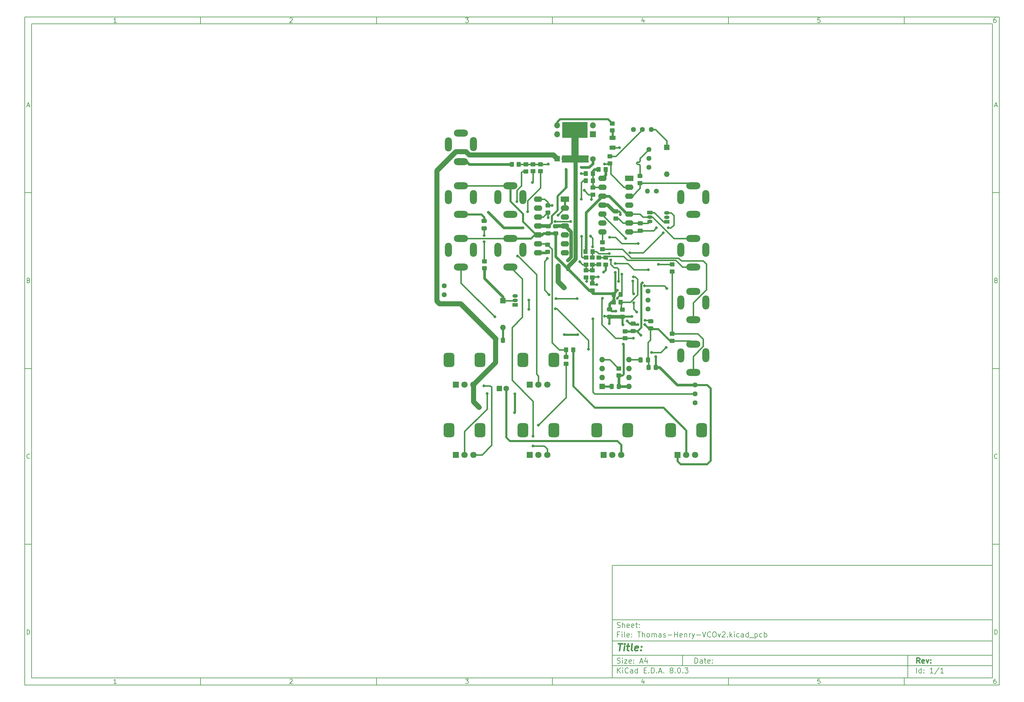
<source format=gbr>
%TF.GenerationSoftware,KiCad,Pcbnew,8.0.3*%
%TF.CreationDate,2024-12-05T20:13:47+00:00*%
%TF.ProjectId,Thomas-Henry-VCOv2,54686f6d-6173-42d4-9865-6e72792d5643,rev?*%
%TF.SameCoordinates,Original*%
%TF.FileFunction,Copper,L1,Top*%
%TF.FilePolarity,Positive*%
%FSLAX46Y46*%
G04 Gerber Fmt 4.6, Leading zero omitted, Abs format (unit mm)*
G04 Created by KiCad (PCBNEW 8.0.3) date 2024-12-05 20:13:47*
%MOMM*%
%LPD*%
G01*
G04 APERTURE LIST*
G04 Aperture macros list*
%AMRoundRect*
0 Rectangle with rounded corners*
0 $1 Rounding radius*
0 $2 $3 $4 $5 $6 $7 $8 $9 X,Y pos of 4 corners*
0 Add a 4 corners polygon primitive as box body*
4,1,4,$2,$3,$4,$5,$6,$7,$8,$9,$2,$3,0*
0 Add four circle primitives for the rounded corners*
1,1,$1+$1,$2,$3*
1,1,$1+$1,$4,$5*
1,1,$1+$1,$6,$7*
1,1,$1+$1,$8,$9*
0 Add four rect primitives between the rounded corners*
20,1,$1+$1,$2,$3,$4,$5,0*
20,1,$1+$1,$4,$5,$6,$7,0*
20,1,$1+$1,$6,$7,$8,$9,0*
20,1,$1+$1,$8,$9,$2,$3,0*%
G04 Aperture macros list end*
%ADD10C,0.100000*%
%ADD11C,0.150000*%
%ADD12C,0.300000*%
%ADD13C,0.400000*%
%TA.AperFunction,ComponentPad*%
%ADD14R,1.800000X1.800000*%
%TD*%
%TA.AperFunction,ComponentPad*%
%ADD15C,1.800000*%
%TD*%
%TA.AperFunction,ComponentPad*%
%ADD16RoundRect,0.750000X0.750000X-1.250000X0.750000X1.250000X-0.750000X1.250000X-0.750000X-1.250000X0*%
%TD*%
%TA.AperFunction,SMDPad,CuDef*%
%ADD17RoundRect,0.250000X-0.450000X0.350000X-0.450000X-0.350000X0.450000X-0.350000X0.450000X0.350000X0*%
%TD*%
%TA.AperFunction,ComponentPad*%
%ADD18O,2.000000X4.000000*%
%TD*%
%TA.AperFunction,ComponentPad*%
%ADD19O,4.000000X2.000000*%
%TD*%
%TA.AperFunction,SMDPad,CuDef*%
%ADD20RoundRect,0.250000X0.350000X0.450000X-0.350000X0.450000X-0.350000X-0.450000X0.350000X-0.450000X0*%
%TD*%
%TA.AperFunction,SMDPad,CuDef*%
%ADD21RoundRect,0.250000X0.450000X-0.350000X0.450000X0.350000X-0.450000X0.350000X-0.450000X-0.350000X0*%
%TD*%
%TA.AperFunction,SMDPad,CuDef*%
%ADD22RoundRect,0.250000X0.475000X-0.337500X0.475000X0.337500X-0.475000X0.337500X-0.475000X-0.337500X0*%
%TD*%
%TA.AperFunction,SMDPad,CuDef*%
%ADD23RoundRect,0.250000X-0.337500X-0.475000X0.337500X-0.475000X0.337500X0.475000X-0.337500X0.475000X0*%
%TD*%
%TA.AperFunction,SMDPad,CuDef*%
%ADD24RoundRect,0.250000X-0.475000X0.337500X-0.475000X-0.337500X0.475000X-0.337500X0.475000X0.337500X0*%
%TD*%
%TA.AperFunction,SMDPad,CuDef*%
%ADD25RoundRect,0.250000X0.337500X0.475000X-0.337500X0.475000X-0.337500X-0.475000X0.337500X-0.475000X0*%
%TD*%
%TA.AperFunction,SMDPad,CuDef*%
%ADD26RoundRect,0.250000X0.625000X-0.375000X0.625000X0.375000X-0.625000X0.375000X-0.625000X-0.375000X0*%
%TD*%
%TA.AperFunction,ComponentPad*%
%ADD27R,2.400000X1.600000*%
%TD*%
%TA.AperFunction,ComponentPad*%
%ADD28O,2.400000X1.600000*%
%TD*%
%TA.AperFunction,ComponentPad*%
%ADD29C,1.440000*%
%TD*%
%TA.AperFunction,ComponentPad*%
%ADD30R,1.600000X1.600000*%
%TD*%
%TA.AperFunction,ComponentPad*%
%ADD31O,1.600000X1.600000*%
%TD*%
%TA.AperFunction,ComponentPad*%
%ADD32C,1.600000*%
%TD*%
%TA.AperFunction,ComponentPad*%
%ADD33C,1.400000*%
%TD*%
%TA.AperFunction,ComponentPad*%
%ADD34O,1.400000X1.400000*%
%TD*%
%TA.AperFunction,ComponentPad*%
%ADD35R,1.700000X1.700000*%
%TD*%
%TA.AperFunction,ComponentPad*%
%ADD36O,1.700000X1.700000*%
%TD*%
%TA.AperFunction,ComponentPad*%
%ADD37R,1.500000X1.050000*%
%TD*%
%TA.AperFunction,ComponentPad*%
%ADD38O,1.500000X1.050000*%
%TD*%
%TA.AperFunction,ViaPad*%
%ADD39C,0.800000*%
%TD*%
%TA.AperFunction,Conductor*%
%ADD40C,0.400000*%
%TD*%
%TA.AperFunction,Conductor*%
%ADD41C,0.600000*%
%TD*%
%TA.AperFunction,Conductor*%
%ADD42C,0.800000*%
%TD*%
%TA.AperFunction,Conductor*%
%ADD43C,1.200000*%
%TD*%
%TA.AperFunction,Conductor*%
%ADD44C,1.400000*%
%TD*%
%TA.AperFunction,Conductor*%
%ADD45C,1.000000*%
%TD*%
%TA.AperFunction,Conductor*%
%ADD46C,0.250000*%
%TD*%
G04 APERTURE END LIST*
D10*
D11*
X177002200Y-166007200D02*
X285002200Y-166007200D01*
X285002200Y-198007200D01*
X177002200Y-198007200D01*
X177002200Y-166007200D01*
D10*
D11*
X10000000Y-10000000D02*
X287002200Y-10000000D01*
X287002200Y-200007200D01*
X10000000Y-200007200D01*
X10000000Y-10000000D01*
D10*
D11*
X12000000Y-12000000D02*
X285002200Y-12000000D01*
X285002200Y-198007200D01*
X12000000Y-198007200D01*
X12000000Y-12000000D01*
D10*
D11*
X60000000Y-12000000D02*
X60000000Y-10000000D01*
D10*
D11*
X110000000Y-12000000D02*
X110000000Y-10000000D01*
D10*
D11*
X160000000Y-12000000D02*
X160000000Y-10000000D01*
D10*
D11*
X210000000Y-12000000D02*
X210000000Y-10000000D01*
D10*
D11*
X260000000Y-12000000D02*
X260000000Y-10000000D01*
D10*
D11*
X36089160Y-11593604D02*
X35346303Y-11593604D01*
X35717731Y-11593604D02*
X35717731Y-10293604D01*
X35717731Y-10293604D02*
X35593922Y-10479319D01*
X35593922Y-10479319D02*
X35470112Y-10603128D01*
X35470112Y-10603128D02*
X35346303Y-10665033D01*
D10*
D11*
X85346303Y-10417414D02*
X85408207Y-10355509D01*
X85408207Y-10355509D02*
X85532017Y-10293604D01*
X85532017Y-10293604D02*
X85841541Y-10293604D01*
X85841541Y-10293604D02*
X85965350Y-10355509D01*
X85965350Y-10355509D02*
X86027255Y-10417414D01*
X86027255Y-10417414D02*
X86089160Y-10541223D01*
X86089160Y-10541223D02*
X86089160Y-10665033D01*
X86089160Y-10665033D02*
X86027255Y-10850747D01*
X86027255Y-10850747D02*
X85284398Y-11593604D01*
X85284398Y-11593604D02*
X86089160Y-11593604D01*
D10*
D11*
X135284398Y-10293604D02*
X136089160Y-10293604D01*
X136089160Y-10293604D02*
X135655826Y-10788842D01*
X135655826Y-10788842D02*
X135841541Y-10788842D01*
X135841541Y-10788842D02*
X135965350Y-10850747D01*
X135965350Y-10850747D02*
X136027255Y-10912652D01*
X136027255Y-10912652D02*
X136089160Y-11036461D01*
X136089160Y-11036461D02*
X136089160Y-11345985D01*
X136089160Y-11345985D02*
X136027255Y-11469795D01*
X136027255Y-11469795D02*
X135965350Y-11531700D01*
X135965350Y-11531700D02*
X135841541Y-11593604D01*
X135841541Y-11593604D02*
X135470112Y-11593604D01*
X135470112Y-11593604D02*
X135346303Y-11531700D01*
X135346303Y-11531700D02*
X135284398Y-11469795D01*
D10*
D11*
X185965350Y-10726938D02*
X185965350Y-11593604D01*
X185655826Y-10231700D02*
X185346303Y-11160271D01*
X185346303Y-11160271D02*
X186151064Y-11160271D01*
D10*
D11*
X236027255Y-10293604D02*
X235408207Y-10293604D01*
X235408207Y-10293604D02*
X235346303Y-10912652D01*
X235346303Y-10912652D02*
X235408207Y-10850747D01*
X235408207Y-10850747D02*
X235532017Y-10788842D01*
X235532017Y-10788842D02*
X235841541Y-10788842D01*
X235841541Y-10788842D02*
X235965350Y-10850747D01*
X235965350Y-10850747D02*
X236027255Y-10912652D01*
X236027255Y-10912652D02*
X236089160Y-11036461D01*
X236089160Y-11036461D02*
X236089160Y-11345985D01*
X236089160Y-11345985D02*
X236027255Y-11469795D01*
X236027255Y-11469795D02*
X235965350Y-11531700D01*
X235965350Y-11531700D02*
X235841541Y-11593604D01*
X235841541Y-11593604D02*
X235532017Y-11593604D01*
X235532017Y-11593604D02*
X235408207Y-11531700D01*
X235408207Y-11531700D02*
X235346303Y-11469795D01*
D10*
D11*
X285965350Y-10293604D02*
X285717731Y-10293604D01*
X285717731Y-10293604D02*
X285593922Y-10355509D01*
X285593922Y-10355509D02*
X285532017Y-10417414D01*
X285532017Y-10417414D02*
X285408207Y-10603128D01*
X285408207Y-10603128D02*
X285346303Y-10850747D01*
X285346303Y-10850747D02*
X285346303Y-11345985D01*
X285346303Y-11345985D02*
X285408207Y-11469795D01*
X285408207Y-11469795D02*
X285470112Y-11531700D01*
X285470112Y-11531700D02*
X285593922Y-11593604D01*
X285593922Y-11593604D02*
X285841541Y-11593604D01*
X285841541Y-11593604D02*
X285965350Y-11531700D01*
X285965350Y-11531700D02*
X286027255Y-11469795D01*
X286027255Y-11469795D02*
X286089160Y-11345985D01*
X286089160Y-11345985D02*
X286089160Y-11036461D01*
X286089160Y-11036461D02*
X286027255Y-10912652D01*
X286027255Y-10912652D02*
X285965350Y-10850747D01*
X285965350Y-10850747D02*
X285841541Y-10788842D01*
X285841541Y-10788842D02*
X285593922Y-10788842D01*
X285593922Y-10788842D02*
X285470112Y-10850747D01*
X285470112Y-10850747D02*
X285408207Y-10912652D01*
X285408207Y-10912652D02*
X285346303Y-11036461D01*
D10*
D11*
X60000000Y-198007200D02*
X60000000Y-200007200D01*
D10*
D11*
X110000000Y-198007200D02*
X110000000Y-200007200D01*
D10*
D11*
X160000000Y-198007200D02*
X160000000Y-200007200D01*
D10*
D11*
X210000000Y-198007200D02*
X210000000Y-200007200D01*
D10*
D11*
X260000000Y-198007200D02*
X260000000Y-200007200D01*
D10*
D11*
X36089160Y-199600804D02*
X35346303Y-199600804D01*
X35717731Y-199600804D02*
X35717731Y-198300804D01*
X35717731Y-198300804D02*
X35593922Y-198486519D01*
X35593922Y-198486519D02*
X35470112Y-198610328D01*
X35470112Y-198610328D02*
X35346303Y-198672233D01*
D10*
D11*
X85346303Y-198424614D02*
X85408207Y-198362709D01*
X85408207Y-198362709D02*
X85532017Y-198300804D01*
X85532017Y-198300804D02*
X85841541Y-198300804D01*
X85841541Y-198300804D02*
X85965350Y-198362709D01*
X85965350Y-198362709D02*
X86027255Y-198424614D01*
X86027255Y-198424614D02*
X86089160Y-198548423D01*
X86089160Y-198548423D02*
X86089160Y-198672233D01*
X86089160Y-198672233D02*
X86027255Y-198857947D01*
X86027255Y-198857947D02*
X85284398Y-199600804D01*
X85284398Y-199600804D02*
X86089160Y-199600804D01*
D10*
D11*
X135284398Y-198300804D02*
X136089160Y-198300804D01*
X136089160Y-198300804D02*
X135655826Y-198796042D01*
X135655826Y-198796042D02*
X135841541Y-198796042D01*
X135841541Y-198796042D02*
X135965350Y-198857947D01*
X135965350Y-198857947D02*
X136027255Y-198919852D01*
X136027255Y-198919852D02*
X136089160Y-199043661D01*
X136089160Y-199043661D02*
X136089160Y-199353185D01*
X136089160Y-199353185D02*
X136027255Y-199476995D01*
X136027255Y-199476995D02*
X135965350Y-199538900D01*
X135965350Y-199538900D02*
X135841541Y-199600804D01*
X135841541Y-199600804D02*
X135470112Y-199600804D01*
X135470112Y-199600804D02*
X135346303Y-199538900D01*
X135346303Y-199538900D02*
X135284398Y-199476995D01*
D10*
D11*
X185965350Y-198734138D02*
X185965350Y-199600804D01*
X185655826Y-198238900D02*
X185346303Y-199167471D01*
X185346303Y-199167471D02*
X186151064Y-199167471D01*
D10*
D11*
X236027255Y-198300804D02*
X235408207Y-198300804D01*
X235408207Y-198300804D02*
X235346303Y-198919852D01*
X235346303Y-198919852D02*
X235408207Y-198857947D01*
X235408207Y-198857947D02*
X235532017Y-198796042D01*
X235532017Y-198796042D02*
X235841541Y-198796042D01*
X235841541Y-198796042D02*
X235965350Y-198857947D01*
X235965350Y-198857947D02*
X236027255Y-198919852D01*
X236027255Y-198919852D02*
X236089160Y-199043661D01*
X236089160Y-199043661D02*
X236089160Y-199353185D01*
X236089160Y-199353185D02*
X236027255Y-199476995D01*
X236027255Y-199476995D02*
X235965350Y-199538900D01*
X235965350Y-199538900D02*
X235841541Y-199600804D01*
X235841541Y-199600804D02*
X235532017Y-199600804D01*
X235532017Y-199600804D02*
X235408207Y-199538900D01*
X235408207Y-199538900D02*
X235346303Y-199476995D01*
D10*
D11*
X285965350Y-198300804D02*
X285717731Y-198300804D01*
X285717731Y-198300804D02*
X285593922Y-198362709D01*
X285593922Y-198362709D02*
X285532017Y-198424614D01*
X285532017Y-198424614D02*
X285408207Y-198610328D01*
X285408207Y-198610328D02*
X285346303Y-198857947D01*
X285346303Y-198857947D02*
X285346303Y-199353185D01*
X285346303Y-199353185D02*
X285408207Y-199476995D01*
X285408207Y-199476995D02*
X285470112Y-199538900D01*
X285470112Y-199538900D02*
X285593922Y-199600804D01*
X285593922Y-199600804D02*
X285841541Y-199600804D01*
X285841541Y-199600804D02*
X285965350Y-199538900D01*
X285965350Y-199538900D02*
X286027255Y-199476995D01*
X286027255Y-199476995D02*
X286089160Y-199353185D01*
X286089160Y-199353185D02*
X286089160Y-199043661D01*
X286089160Y-199043661D02*
X286027255Y-198919852D01*
X286027255Y-198919852D02*
X285965350Y-198857947D01*
X285965350Y-198857947D02*
X285841541Y-198796042D01*
X285841541Y-198796042D02*
X285593922Y-198796042D01*
X285593922Y-198796042D02*
X285470112Y-198857947D01*
X285470112Y-198857947D02*
X285408207Y-198919852D01*
X285408207Y-198919852D02*
X285346303Y-199043661D01*
D10*
D11*
X10000000Y-60000000D02*
X12000000Y-60000000D01*
D10*
D11*
X10000000Y-110000000D02*
X12000000Y-110000000D01*
D10*
D11*
X10000000Y-160000000D02*
X12000000Y-160000000D01*
D10*
D11*
X10690476Y-35222176D02*
X11309523Y-35222176D01*
X10566666Y-35593604D02*
X10999999Y-34293604D01*
X10999999Y-34293604D02*
X11433333Y-35593604D01*
D10*
D11*
X11092857Y-84912652D02*
X11278571Y-84974557D01*
X11278571Y-84974557D02*
X11340476Y-85036461D01*
X11340476Y-85036461D02*
X11402380Y-85160271D01*
X11402380Y-85160271D02*
X11402380Y-85345985D01*
X11402380Y-85345985D02*
X11340476Y-85469795D01*
X11340476Y-85469795D02*
X11278571Y-85531700D01*
X11278571Y-85531700D02*
X11154761Y-85593604D01*
X11154761Y-85593604D02*
X10659523Y-85593604D01*
X10659523Y-85593604D02*
X10659523Y-84293604D01*
X10659523Y-84293604D02*
X11092857Y-84293604D01*
X11092857Y-84293604D02*
X11216666Y-84355509D01*
X11216666Y-84355509D02*
X11278571Y-84417414D01*
X11278571Y-84417414D02*
X11340476Y-84541223D01*
X11340476Y-84541223D02*
X11340476Y-84665033D01*
X11340476Y-84665033D02*
X11278571Y-84788842D01*
X11278571Y-84788842D02*
X11216666Y-84850747D01*
X11216666Y-84850747D02*
X11092857Y-84912652D01*
X11092857Y-84912652D02*
X10659523Y-84912652D01*
D10*
D11*
X11402380Y-135469795D02*
X11340476Y-135531700D01*
X11340476Y-135531700D02*
X11154761Y-135593604D01*
X11154761Y-135593604D02*
X11030952Y-135593604D01*
X11030952Y-135593604D02*
X10845238Y-135531700D01*
X10845238Y-135531700D02*
X10721428Y-135407890D01*
X10721428Y-135407890D02*
X10659523Y-135284080D01*
X10659523Y-135284080D02*
X10597619Y-135036461D01*
X10597619Y-135036461D02*
X10597619Y-134850747D01*
X10597619Y-134850747D02*
X10659523Y-134603128D01*
X10659523Y-134603128D02*
X10721428Y-134479319D01*
X10721428Y-134479319D02*
X10845238Y-134355509D01*
X10845238Y-134355509D02*
X11030952Y-134293604D01*
X11030952Y-134293604D02*
X11154761Y-134293604D01*
X11154761Y-134293604D02*
X11340476Y-134355509D01*
X11340476Y-134355509D02*
X11402380Y-134417414D01*
D10*
D11*
X10659523Y-185593604D02*
X10659523Y-184293604D01*
X10659523Y-184293604D02*
X10969047Y-184293604D01*
X10969047Y-184293604D02*
X11154761Y-184355509D01*
X11154761Y-184355509D02*
X11278571Y-184479319D01*
X11278571Y-184479319D02*
X11340476Y-184603128D01*
X11340476Y-184603128D02*
X11402380Y-184850747D01*
X11402380Y-184850747D02*
X11402380Y-185036461D01*
X11402380Y-185036461D02*
X11340476Y-185284080D01*
X11340476Y-185284080D02*
X11278571Y-185407890D01*
X11278571Y-185407890D02*
X11154761Y-185531700D01*
X11154761Y-185531700D02*
X10969047Y-185593604D01*
X10969047Y-185593604D02*
X10659523Y-185593604D01*
D10*
D11*
X287002200Y-60000000D02*
X285002200Y-60000000D01*
D10*
D11*
X287002200Y-110000000D02*
X285002200Y-110000000D01*
D10*
D11*
X287002200Y-160000000D02*
X285002200Y-160000000D01*
D10*
D11*
X285692676Y-35222176D02*
X286311723Y-35222176D01*
X285568866Y-35593604D02*
X286002199Y-34293604D01*
X286002199Y-34293604D02*
X286435533Y-35593604D01*
D10*
D11*
X286095057Y-84912652D02*
X286280771Y-84974557D01*
X286280771Y-84974557D02*
X286342676Y-85036461D01*
X286342676Y-85036461D02*
X286404580Y-85160271D01*
X286404580Y-85160271D02*
X286404580Y-85345985D01*
X286404580Y-85345985D02*
X286342676Y-85469795D01*
X286342676Y-85469795D02*
X286280771Y-85531700D01*
X286280771Y-85531700D02*
X286156961Y-85593604D01*
X286156961Y-85593604D02*
X285661723Y-85593604D01*
X285661723Y-85593604D02*
X285661723Y-84293604D01*
X285661723Y-84293604D02*
X286095057Y-84293604D01*
X286095057Y-84293604D02*
X286218866Y-84355509D01*
X286218866Y-84355509D02*
X286280771Y-84417414D01*
X286280771Y-84417414D02*
X286342676Y-84541223D01*
X286342676Y-84541223D02*
X286342676Y-84665033D01*
X286342676Y-84665033D02*
X286280771Y-84788842D01*
X286280771Y-84788842D02*
X286218866Y-84850747D01*
X286218866Y-84850747D02*
X286095057Y-84912652D01*
X286095057Y-84912652D02*
X285661723Y-84912652D01*
D10*
D11*
X286404580Y-135469795D02*
X286342676Y-135531700D01*
X286342676Y-135531700D02*
X286156961Y-135593604D01*
X286156961Y-135593604D02*
X286033152Y-135593604D01*
X286033152Y-135593604D02*
X285847438Y-135531700D01*
X285847438Y-135531700D02*
X285723628Y-135407890D01*
X285723628Y-135407890D02*
X285661723Y-135284080D01*
X285661723Y-135284080D02*
X285599819Y-135036461D01*
X285599819Y-135036461D02*
X285599819Y-134850747D01*
X285599819Y-134850747D02*
X285661723Y-134603128D01*
X285661723Y-134603128D02*
X285723628Y-134479319D01*
X285723628Y-134479319D02*
X285847438Y-134355509D01*
X285847438Y-134355509D02*
X286033152Y-134293604D01*
X286033152Y-134293604D02*
X286156961Y-134293604D01*
X286156961Y-134293604D02*
X286342676Y-134355509D01*
X286342676Y-134355509D02*
X286404580Y-134417414D01*
D10*
D11*
X285661723Y-185593604D02*
X285661723Y-184293604D01*
X285661723Y-184293604D02*
X285971247Y-184293604D01*
X285971247Y-184293604D02*
X286156961Y-184355509D01*
X286156961Y-184355509D02*
X286280771Y-184479319D01*
X286280771Y-184479319D02*
X286342676Y-184603128D01*
X286342676Y-184603128D02*
X286404580Y-184850747D01*
X286404580Y-184850747D02*
X286404580Y-185036461D01*
X286404580Y-185036461D02*
X286342676Y-185284080D01*
X286342676Y-185284080D02*
X286280771Y-185407890D01*
X286280771Y-185407890D02*
X286156961Y-185531700D01*
X286156961Y-185531700D02*
X285971247Y-185593604D01*
X285971247Y-185593604D02*
X285661723Y-185593604D01*
D10*
D11*
X200458026Y-193793328D02*
X200458026Y-192293328D01*
X200458026Y-192293328D02*
X200815169Y-192293328D01*
X200815169Y-192293328D02*
X201029455Y-192364757D01*
X201029455Y-192364757D02*
X201172312Y-192507614D01*
X201172312Y-192507614D02*
X201243741Y-192650471D01*
X201243741Y-192650471D02*
X201315169Y-192936185D01*
X201315169Y-192936185D02*
X201315169Y-193150471D01*
X201315169Y-193150471D02*
X201243741Y-193436185D01*
X201243741Y-193436185D02*
X201172312Y-193579042D01*
X201172312Y-193579042D02*
X201029455Y-193721900D01*
X201029455Y-193721900D02*
X200815169Y-193793328D01*
X200815169Y-193793328D02*
X200458026Y-193793328D01*
X202600884Y-193793328D02*
X202600884Y-193007614D01*
X202600884Y-193007614D02*
X202529455Y-192864757D01*
X202529455Y-192864757D02*
X202386598Y-192793328D01*
X202386598Y-192793328D02*
X202100884Y-192793328D01*
X202100884Y-192793328D02*
X201958026Y-192864757D01*
X202600884Y-193721900D02*
X202458026Y-193793328D01*
X202458026Y-193793328D02*
X202100884Y-193793328D01*
X202100884Y-193793328D02*
X201958026Y-193721900D01*
X201958026Y-193721900D02*
X201886598Y-193579042D01*
X201886598Y-193579042D02*
X201886598Y-193436185D01*
X201886598Y-193436185D02*
X201958026Y-193293328D01*
X201958026Y-193293328D02*
X202100884Y-193221900D01*
X202100884Y-193221900D02*
X202458026Y-193221900D01*
X202458026Y-193221900D02*
X202600884Y-193150471D01*
X203100884Y-192793328D02*
X203672312Y-192793328D01*
X203315169Y-192293328D02*
X203315169Y-193579042D01*
X203315169Y-193579042D02*
X203386598Y-193721900D01*
X203386598Y-193721900D02*
X203529455Y-193793328D01*
X203529455Y-193793328D02*
X203672312Y-193793328D01*
X204743741Y-193721900D02*
X204600884Y-193793328D01*
X204600884Y-193793328D02*
X204315170Y-193793328D01*
X204315170Y-193793328D02*
X204172312Y-193721900D01*
X204172312Y-193721900D02*
X204100884Y-193579042D01*
X204100884Y-193579042D02*
X204100884Y-193007614D01*
X204100884Y-193007614D02*
X204172312Y-192864757D01*
X204172312Y-192864757D02*
X204315170Y-192793328D01*
X204315170Y-192793328D02*
X204600884Y-192793328D01*
X204600884Y-192793328D02*
X204743741Y-192864757D01*
X204743741Y-192864757D02*
X204815170Y-193007614D01*
X204815170Y-193007614D02*
X204815170Y-193150471D01*
X204815170Y-193150471D02*
X204100884Y-193293328D01*
X205458026Y-193650471D02*
X205529455Y-193721900D01*
X205529455Y-193721900D02*
X205458026Y-193793328D01*
X205458026Y-193793328D02*
X205386598Y-193721900D01*
X205386598Y-193721900D02*
X205458026Y-193650471D01*
X205458026Y-193650471D02*
X205458026Y-193793328D01*
X205458026Y-192864757D02*
X205529455Y-192936185D01*
X205529455Y-192936185D02*
X205458026Y-193007614D01*
X205458026Y-193007614D02*
X205386598Y-192936185D01*
X205386598Y-192936185D02*
X205458026Y-192864757D01*
X205458026Y-192864757D02*
X205458026Y-193007614D01*
D10*
D11*
X177002200Y-194507200D02*
X285002200Y-194507200D01*
D10*
D11*
X178458026Y-196593328D02*
X178458026Y-195093328D01*
X179315169Y-196593328D02*
X178672312Y-195736185D01*
X179315169Y-195093328D02*
X178458026Y-195950471D01*
X179958026Y-196593328D02*
X179958026Y-195593328D01*
X179958026Y-195093328D02*
X179886598Y-195164757D01*
X179886598Y-195164757D02*
X179958026Y-195236185D01*
X179958026Y-195236185D02*
X180029455Y-195164757D01*
X180029455Y-195164757D02*
X179958026Y-195093328D01*
X179958026Y-195093328D02*
X179958026Y-195236185D01*
X181529455Y-196450471D02*
X181458027Y-196521900D01*
X181458027Y-196521900D02*
X181243741Y-196593328D01*
X181243741Y-196593328D02*
X181100884Y-196593328D01*
X181100884Y-196593328D02*
X180886598Y-196521900D01*
X180886598Y-196521900D02*
X180743741Y-196379042D01*
X180743741Y-196379042D02*
X180672312Y-196236185D01*
X180672312Y-196236185D02*
X180600884Y-195950471D01*
X180600884Y-195950471D02*
X180600884Y-195736185D01*
X180600884Y-195736185D02*
X180672312Y-195450471D01*
X180672312Y-195450471D02*
X180743741Y-195307614D01*
X180743741Y-195307614D02*
X180886598Y-195164757D01*
X180886598Y-195164757D02*
X181100884Y-195093328D01*
X181100884Y-195093328D02*
X181243741Y-195093328D01*
X181243741Y-195093328D02*
X181458027Y-195164757D01*
X181458027Y-195164757D02*
X181529455Y-195236185D01*
X182815170Y-196593328D02*
X182815170Y-195807614D01*
X182815170Y-195807614D02*
X182743741Y-195664757D01*
X182743741Y-195664757D02*
X182600884Y-195593328D01*
X182600884Y-195593328D02*
X182315170Y-195593328D01*
X182315170Y-195593328D02*
X182172312Y-195664757D01*
X182815170Y-196521900D02*
X182672312Y-196593328D01*
X182672312Y-196593328D02*
X182315170Y-196593328D01*
X182315170Y-196593328D02*
X182172312Y-196521900D01*
X182172312Y-196521900D02*
X182100884Y-196379042D01*
X182100884Y-196379042D02*
X182100884Y-196236185D01*
X182100884Y-196236185D02*
X182172312Y-196093328D01*
X182172312Y-196093328D02*
X182315170Y-196021900D01*
X182315170Y-196021900D02*
X182672312Y-196021900D01*
X182672312Y-196021900D02*
X182815170Y-195950471D01*
X184172313Y-196593328D02*
X184172313Y-195093328D01*
X184172313Y-196521900D02*
X184029455Y-196593328D01*
X184029455Y-196593328D02*
X183743741Y-196593328D01*
X183743741Y-196593328D02*
X183600884Y-196521900D01*
X183600884Y-196521900D02*
X183529455Y-196450471D01*
X183529455Y-196450471D02*
X183458027Y-196307614D01*
X183458027Y-196307614D02*
X183458027Y-195879042D01*
X183458027Y-195879042D02*
X183529455Y-195736185D01*
X183529455Y-195736185D02*
X183600884Y-195664757D01*
X183600884Y-195664757D02*
X183743741Y-195593328D01*
X183743741Y-195593328D02*
X184029455Y-195593328D01*
X184029455Y-195593328D02*
X184172313Y-195664757D01*
X186029455Y-195807614D02*
X186529455Y-195807614D01*
X186743741Y-196593328D02*
X186029455Y-196593328D01*
X186029455Y-196593328D02*
X186029455Y-195093328D01*
X186029455Y-195093328D02*
X186743741Y-195093328D01*
X187386598Y-196450471D02*
X187458027Y-196521900D01*
X187458027Y-196521900D02*
X187386598Y-196593328D01*
X187386598Y-196593328D02*
X187315170Y-196521900D01*
X187315170Y-196521900D02*
X187386598Y-196450471D01*
X187386598Y-196450471D02*
X187386598Y-196593328D01*
X188100884Y-196593328D02*
X188100884Y-195093328D01*
X188100884Y-195093328D02*
X188458027Y-195093328D01*
X188458027Y-195093328D02*
X188672313Y-195164757D01*
X188672313Y-195164757D02*
X188815170Y-195307614D01*
X188815170Y-195307614D02*
X188886599Y-195450471D01*
X188886599Y-195450471D02*
X188958027Y-195736185D01*
X188958027Y-195736185D02*
X188958027Y-195950471D01*
X188958027Y-195950471D02*
X188886599Y-196236185D01*
X188886599Y-196236185D02*
X188815170Y-196379042D01*
X188815170Y-196379042D02*
X188672313Y-196521900D01*
X188672313Y-196521900D02*
X188458027Y-196593328D01*
X188458027Y-196593328D02*
X188100884Y-196593328D01*
X189600884Y-196450471D02*
X189672313Y-196521900D01*
X189672313Y-196521900D02*
X189600884Y-196593328D01*
X189600884Y-196593328D02*
X189529456Y-196521900D01*
X189529456Y-196521900D02*
X189600884Y-196450471D01*
X189600884Y-196450471D02*
X189600884Y-196593328D01*
X190243742Y-196164757D02*
X190958028Y-196164757D01*
X190100885Y-196593328D02*
X190600885Y-195093328D01*
X190600885Y-195093328D02*
X191100885Y-196593328D01*
X191600884Y-196450471D02*
X191672313Y-196521900D01*
X191672313Y-196521900D02*
X191600884Y-196593328D01*
X191600884Y-196593328D02*
X191529456Y-196521900D01*
X191529456Y-196521900D02*
X191600884Y-196450471D01*
X191600884Y-196450471D02*
X191600884Y-196593328D01*
X193672313Y-195736185D02*
X193529456Y-195664757D01*
X193529456Y-195664757D02*
X193458027Y-195593328D01*
X193458027Y-195593328D02*
X193386599Y-195450471D01*
X193386599Y-195450471D02*
X193386599Y-195379042D01*
X193386599Y-195379042D02*
X193458027Y-195236185D01*
X193458027Y-195236185D02*
X193529456Y-195164757D01*
X193529456Y-195164757D02*
X193672313Y-195093328D01*
X193672313Y-195093328D02*
X193958027Y-195093328D01*
X193958027Y-195093328D02*
X194100885Y-195164757D01*
X194100885Y-195164757D02*
X194172313Y-195236185D01*
X194172313Y-195236185D02*
X194243742Y-195379042D01*
X194243742Y-195379042D02*
X194243742Y-195450471D01*
X194243742Y-195450471D02*
X194172313Y-195593328D01*
X194172313Y-195593328D02*
X194100885Y-195664757D01*
X194100885Y-195664757D02*
X193958027Y-195736185D01*
X193958027Y-195736185D02*
X193672313Y-195736185D01*
X193672313Y-195736185D02*
X193529456Y-195807614D01*
X193529456Y-195807614D02*
X193458027Y-195879042D01*
X193458027Y-195879042D02*
X193386599Y-196021900D01*
X193386599Y-196021900D02*
X193386599Y-196307614D01*
X193386599Y-196307614D02*
X193458027Y-196450471D01*
X193458027Y-196450471D02*
X193529456Y-196521900D01*
X193529456Y-196521900D02*
X193672313Y-196593328D01*
X193672313Y-196593328D02*
X193958027Y-196593328D01*
X193958027Y-196593328D02*
X194100885Y-196521900D01*
X194100885Y-196521900D02*
X194172313Y-196450471D01*
X194172313Y-196450471D02*
X194243742Y-196307614D01*
X194243742Y-196307614D02*
X194243742Y-196021900D01*
X194243742Y-196021900D02*
X194172313Y-195879042D01*
X194172313Y-195879042D02*
X194100885Y-195807614D01*
X194100885Y-195807614D02*
X193958027Y-195736185D01*
X194886598Y-196450471D02*
X194958027Y-196521900D01*
X194958027Y-196521900D02*
X194886598Y-196593328D01*
X194886598Y-196593328D02*
X194815170Y-196521900D01*
X194815170Y-196521900D02*
X194886598Y-196450471D01*
X194886598Y-196450471D02*
X194886598Y-196593328D01*
X195886599Y-195093328D02*
X196029456Y-195093328D01*
X196029456Y-195093328D02*
X196172313Y-195164757D01*
X196172313Y-195164757D02*
X196243742Y-195236185D01*
X196243742Y-195236185D02*
X196315170Y-195379042D01*
X196315170Y-195379042D02*
X196386599Y-195664757D01*
X196386599Y-195664757D02*
X196386599Y-196021900D01*
X196386599Y-196021900D02*
X196315170Y-196307614D01*
X196315170Y-196307614D02*
X196243742Y-196450471D01*
X196243742Y-196450471D02*
X196172313Y-196521900D01*
X196172313Y-196521900D02*
X196029456Y-196593328D01*
X196029456Y-196593328D02*
X195886599Y-196593328D01*
X195886599Y-196593328D02*
X195743742Y-196521900D01*
X195743742Y-196521900D02*
X195672313Y-196450471D01*
X195672313Y-196450471D02*
X195600884Y-196307614D01*
X195600884Y-196307614D02*
X195529456Y-196021900D01*
X195529456Y-196021900D02*
X195529456Y-195664757D01*
X195529456Y-195664757D02*
X195600884Y-195379042D01*
X195600884Y-195379042D02*
X195672313Y-195236185D01*
X195672313Y-195236185D02*
X195743742Y-195164757D01*
X195743742Y-195164757D02*
X195886599Y-195093328D01*
X197029455Y-196450471D02*
X197100884Y-196521900D01*
X197100884Y-196521900D02*
X197029455Y-196593328D01*
X197029455Y-196593328D02*
X196958027Y-196521900D01*
X196958027Y-196521900D02*
X197029455Y-196450471D01*
X197029455Y-196450471D02*
X197029455Y-196593328D01*
X197600884Y-195093328D02*
X198529456Y-195093328D01*
X198529456Y-195093328D02*
X198029456Y-195664757D01*
X198029456Y-195664757D02*
X198243741Y-195664757D01*
X198243741Y-195664757D02*
X198386599Y-195736185D01*
X198386599Y-195736185D02*
X198458027Y-195807614D01*
X198458027Y-195807614D02*
X198529456Y-195950471D01*
X198529456Y-195950471D02*
X198529456Y-196307614D01*
X198529456Y-196307614D02*
X198458027Y-196450471D01*
X198458027Y-196450471D02*
X198386599Y-196521900D01*
X198386599Y-196521900D02*
X198243741Y-196593328D01*
X198243741Y-196593328D02*
X197815170Y-196593328D01*
X197815170Y-196593328D02*
X197672313Y-196521900D01*
X197672313Y-196521900D02*
X197600884Y-196450471D01*
D10*
D11*
X177002200Y-191507200D02*
X285002200Y-191507200D01*
D10*
D12*
X264413853Y-193785528D02*
X263913853Y-193071242D01*
X263556710Y-193785528D02*
X263556710Y-192285528D01*
X263556710Y-192285528D02*
X264128139Y-192285528D01*
X264128139Y-192285528D02*
X264270996Y-192356957D01*
X264270996Y-192356957D02*
X264342425Y-192428385D01*
X264342425Y-192428385D02*
X264413853Y-192571242D01*
X264413853Y-192571242D02*
X264413853Y-192785528D01*
X264413853Y-192785528D02*
X264342425Y-192928385D01*
X264342425Y-192928385D02*
X264270996Y-192999814D01*
X264270996Y-192999814D02*
X264128139Y-193071242D01*
X264128139Y-193071242D02*
X263556710Y-193071242D01*
X265628139Y-193714100D02*
X265485282Y-193785528D01*
X265485282Y-193785528D02*
X265199568Y-193785528D01*
X265199568Y-193785528D02*
X265056710Y-193714100D01*
X265056710Y-193714100D02*
X264985282Y-193571242D01*
X264985282Y-193571242D02*
X264985282Y-192999814D01*
X264985282Y-192999814D02*
X265056710Y-192856957D01*
X265056710Y-192856957D02*
X265199568Y-192785528D01*
X265199568Y-192785528D02*
X265485282Y-192785528D01*
X265485282Y-192785528D02*
X265628139Y-192856957D01*
X265628139Y-192856957D02*
X265699568Y-192999814D01*
X265699568Y-192999814D02*
X265699568Y-193142671D01*
X265699568Y-193142671D02*
X264985282Y-193285528D01*
X266199567Y-192785528D02*
X266556710Y-193785528D01*
X266556710Y-193785528D02*
X266913853Y-192785528D01*
X267485281Y-193642671D02*
X267556710Y-193714100D01*
X267556710Y-193714100D02*
X267485281Y-193785528D01*
X267485281Y-193785528D02*
X267413853Y-193714100D01*
X267413853Y-193714100D02*
X267485281Y-193642671D01*
X267485281Y-193642671D02*
X267485281Y-193785528D01*
X267485281Y-192856957D02*
X267556710Y-192928385D01*
X267556710Y-192928385D02*
X267485281Y-192999814D01*
X267485281Y-192999814D02*
X267413853Y-192928385D01*
X267413853Y-192928385D02*
X267485281Y-192856957D01*
X267485281Y-192856957D02*
X267485281Y-192999814D01*
D10*
D11*
X178386598Y-193721900D02*
X178600884Y-193793328D01*
X178600884Y-193793328D02*
X178958026Y-193793328D01*
X178958026Y-193793328D02*
X179100884Y-193721900D01*
X179100884Y-193721900D02*
X179172312Y-193650471D01*
X179172312Y-193650471D02*
X179243741Y-193507614D01*
X179243741Y-193507614D02*
X179243741Y-193364757D01*
X179243741Y-193364757D02*
X179172312Y-193221900D01*
X179172312Y-193221900D02*
X179100884Y-193150471D01*
X179100884Y-193150471D02*
X178958026Y-193079042D01*
X178958026Y-193079042D02*
X178672312Y-193007614D01*
X178672312Y-193007614D02*
X178529455Y-192936185D01*
X178529455Y-192936185D02*
X178458026Y-192864757D01*
X178458026Y-192864757D02*
X178386598Y-192721900D01*
X178386598Y-192721900D02*
X178386598Y-192579042D01*
X178386598Y-192579042D02*
X178458026Y-192436185D01*
X178458026Y-192436185D02*
X178529455Y-192364757D01*
X178529455Y-192364757D02*
X178672312Y-192293328D01*
X178672312Y-192293328D02*
X179029455Y-192293328D01*
X179029455Y-192293328D02*
X179243741Y-192364757D01*
X179886597Y-193793328D02*
X179886597Y-192793328D01*
X179886597Y-192293328D02*
X179815169Y-192364757D01*
X179815169Y-192364757D02*
X179886597Y-192436185D01*
X179886597Y-192436185D02*
X179958026Y-192364757D01*
X179958026Y-192364757D02*
X179886597Y-192293328D01*
X179886597Y-192293328D02*
X179886597Y-192436185D01*
X180458026Y-192793328D02*
X181243741Y-192793328D01*
X181243741Y-192793328D02*
X180458026Y-193793328D01*
X180458026Y-193793328D02*
X181243741Y-193793328D01*
X182386598Y-193721900D02*
X182243741Y-193793328D01*
X182243741Y-193793328D02*
X181958027Y-193793328D01*
X181958027Y-193793328D02*
X181815169Y-193721900D01*
X181815169Y-193721900D02*
X181743741Y-193579042D01*
X181743741Y-193579042D02*
X181743741Y-193007614D01*
X181743741Y-193007614D02*
X181815169Y-192864757D01*
X181815169Y-192864757D02*
X181958027Y-192793328D01*
X181958027Y-192793328D02*
X182243741Y-192793328D01*
X182243741Y-192793328D02*
X182386598Y-192864757D01*
X182386598Y-192864757D02*
X182458027Y-193007614D01*
X182458027Y-193007614D02*
X182458027Y-193150471D01*
X182458027Y-193150471D02*
X181743741Y-193293328D01*
X183100883Y-193650471D02*
X183172312Y-193721900D01*
X183172312Y-193721900D02*
X183100883Y-193793328D01*
X183100883Y-193793328D02*
X183029455Y-193721900D01*
X183029455Y-193721900D02*
X183100883Y-193650471D01*
X183100883Y-193650471D02*
X183100883Y-193793328D01*
X183100883Y-192864757D02*
X183172312Y-192936185D01*
X183172312Y-192936185D02*
X183100883Y-193007614D01*
X183100883Y-193007614D02*
X183029455Y-192936185D01*
X183029455Y-192936185D02*
X183100883Y-192864757D01*
X183100883Y-192864757D02*
X183100883Y-193007614D01*
X184886598Y-193364757D02*
X185600884Y-193364757D01*
X184743741Y-193793328D02*
X185243741Y-192293328D01*
X185243741Y-192293328D02*
X185743741Y-193793328D01*
X186886598Y-192793328D02*
X186886598Y-193793328D01*
X186529455Y-192221900D02*
X186172312Y-193293328D01*
X186172312Y-193293328D02*
X187100883Y-193293328D01*
D10*
D11*
X263458026Y-196593328D02*
X263458026Y-195093328D01*
X264815170Y-196593328D02*
X264815170Y-195093328D01*
X264815170Y-196521900D02*
X264672312Y-196593328D01*
X264672312Y-196593328D02*
X264386598Y-196593328D01*
X264386598Y-196593328D02*
X264243741Y-196521900D01*
X264243741Y-196521900D02*
X264172312Y-196450471D01*
X264172312Y-196450471D02*
X264100884Y-196307614D01*
X264100884Y-196307614D02*
X264100884Y-195879042D01*
X264100884Y-195879042D02*
X264172312Y-195736185D01*
X264172312Y-195736185D02*
X264243741Y-195664757D01*
X264243741Y-195664757D02*
X264386598Y-195593328D01*
X264386598Y-195593328D02*
X264672312Y-195593328D01*
X264672312Y-195593328D02*
X264815170Y-195664757D01*
X265529455Y-196450471D02*
X265600884Y-196521900D01*
X265600884Y-196521900D02*
X265529455Y-196593328D01*
X265529455Y-196593328D02*
X265458027Y-196521900D01*
X265458027Y-196521900D02*
X265529455Y-196450471D01*
X265529455Y-196450471D02*
X265529455Y-196593328D01*
X265529455Y-195664757D02*
X265600884Y-195736185D01*
X265600884Y-195736185D02*
X265529455Y-195807614D01*
X265529455Y-195807614D02*
X265458027Y-195736185D01*
X265458027Y-195736185D02*
X265529455Y-195664757D01*
X265529455Y-195664757D02*
X265529455Y-195807614D01*
X268172313Y-196593328D02*
X267315170Y-196593328D01*
X267743741Y-196593328D02*
X267743741Y-195093328D01*
X267743741Y-195093328D02*
X267600884Y-195307614D01*
X267600884Y-195307614D02*
X267458027Y-195450471D01*
X267458027Y-195450471D02*
X267315170Y-195521900D01*
X269886598Y-195021900D02*
X268600884Y-196950471D01*
X271172313Y-196593328D02*
X270315170Y-196593328D01*
X270743741Y-196593328D02*
X270743741Y-195093328D01*
X270743741Y-195093328D02*
X270600884Y-195307614D01*
X270600884Y-195307614D02*
X270458027Y-195450471D01*
X270458027Y-195450471D02*
X270315170Y-195521900D01*
D10*
D11*
X177002200Y-187507200D02*
X285002200Y-187507200D01*
D10*
D13*
X178693928Y-188211638D02*
X179836785Y-188211638D01*
X179015357Y-190211638D02*
X179265357Y-188211638D01*
X180253452Y-190211638D02*
X180420119Y-188878304D01*
X180503452Y-188211638D02*
X180396309Y-188306876D01*
X180396309Y-188306876D02*
X180479643Y-188402114D01*
X180479643Y-188402114D02*
X180586786Y-188306876D01*
X180586786Y-188306876D02*
X180503452Y-188211638D01*
X180503452Y-188211638D02*
X180479643Y-188402114D01*
X181086786Y-188878304D02*
X181848690Y-188878304D01*
X181455833Y-188211638D02*
X181241548Y-189925923D01*
X181241548Y-189925923D02*
X181312976Y-190116400D01*
X181312976Y-190116400D02*
X181491548Y-190211638D01*
X181491548Y-190211638D02*
X181682024Y-190211638D01*
X182634405Y-190211638D02*
X182455833Y-190116400D01*
X182455833Y-190116400D02*
X182384405Y-189925923D01*
X182384405Y-189925923D02*
X182598690Y-188211638D01*
X184170119Y-190116400D02*
X183967738Y-190211638D01*
X183967738Y-190211638D02*
X183586785Y-190211638D01*
X183586785Y-190211638D02*
X183408214Y-190116400D01*
X183408214Y-190116400D02*
X183336785Y-189925923D01*
X183336785Y-189925923D02*
X183432024Y-189164019D01*
X183432024Y-189164019D02*
X183551071Y-188973542D01*
X183551071Y-188973542D02*
X183753452Y-188878304D01*
X183753452Y-188878304D02*
X184134404Y-188878304D01*
X184134404Y-188878304D02*
X184312976Y-188973542D01*
X184312976Y-188973542D02*
X184384404Y-189164019D01*
X184384404Y-189164019D02*
X184360595Y-189354495D01*
X184360595Y-189354495D02*
X183384404Y-189544971D01*
X185134405Y-190021161D02*
X185217738Y-190116400D01*
X185217738Y-190116400D02*
X185110595Y-190211638D01*
X185110595Y-190211638D02*
X185027262Y-190116400D01*
X185027262Y-190116400D02*
X185134405Y-190021161D01*
X185134405Y-190021161D02*
X185110595Y-190211638D01*
X185265357Y-188973542D02*
X185348690Y-189068780D01*
X185348690Y-189068780D02*
X185241548Y-189164019D01*
X185241548Y-189164019D02*
X185158214Y-189068780D01*
X185158214Y-189068780D02*
X185265357Y-188973542D01*
X185265357Y-188973542D02*
X185241548Y-189164019D01*
D10*
D11*
X178958026Y-185607614D02*
X178458026Y-185607614D01*
X178458026Y-186393328D02*
X178458026Y-184893328D01*
X178458026Y-184893328D02*
X179172312Y-184893328D01*
X179743740Y-186393328D02*
X179743740Y-185393328D01*
X179743740Y-184893328D02*
X179672312Y-184964757D01*
X179672312Y-184964757D02*
X179743740Y-185036185D01*
X179743740Y-185036185D02*
X179815169Y-184964757D01*
X179815169Y-184964757D02*
X179743740Y-184893328D01*
X179743740Y-184893328D02*
X179743740Y-185036185D01*
X180672312Y-186393328D02*
X180529455Y-186321900D01*
X180529455Y-186321900D02*
X180458026Y-186179042D01*
X180458026Y-186179042D02*
X180458026Y-184893328D01*
X181815169Y-186321900D02*
X181672312Y-186393328D01*
X181672312Y-186393328D02*
X181386598Y-186393328D01*
X181386598Y-186393328D02*
X181243740Y-186321900D01*
X181243740Y-186321900D02*
X181172312Y-186179042D01*
X181172312Y-186179042D02*
X181172312Y-185607614D01*
X181172312Y-185607614D02*
X181243740Y-185464757D01*
X181243740Y-185464757D02*
X181386598Y-185393328D01*
X181386598Y-185393328D02*
X181672312Y-185393328D01*
X181672312Y-185393328D02*
X181815169Y-185464757D01*
X181815169Y-185464757D02*
X181886598Y-185607614D01*
X181886598Y-185607614D02*
X181886598Y-185750471D01*
X181886598Y-185750471D02*
X181172312Y-185893328D01*
X182529454Y-186250471D02*
X182600883Y-186321900D01*
X182600883Y-186321900D02*
X182529454Y-186393328D01*
X182529454Y-186393328D02*
X182458026Y-186321900D01*
X182458026Y-186321900D02*
X182529454Y-186250471D01*
X182529454Y-186250471D02*
X182529454Y-186393328D01*
X182529454Y-185464757D02*
X182600883Y-185536185D01*
X182600883Y-185536185D02*
X182529454Y-185607614D01*
X182529454Y-185607614D02*
X182458026Y-185536185D01*
X182458026Y-185536185D02*
X182529454Y-185464757D01*
X182529454Y-185464757D02*
X182529454Y-185607614D01*
X184172312Y-184893328D02*
X185029455Y-184893328D01*
X184600883Y-186393328D02*
X184600883Y-184893328D01*
X185529454Y-186393328D02*
X185529454Y-184893328D01*
X186172312Y-186393328D02*
X186172312Y-185607614D01*
X186172312Y-185607614D02*
X186100883Y-185464757D01*
X186100883Y-185464757D02*
X185958026Y-185393328D01*
X185958026Y-185393328D02*
X185743740Y-185393328D01*
X185743740Y-185393328D02*
X185600883Y-185464757D01*
X185600883Y-185464757D02*
X185529454Y-185536185D01*
X187100883Y-186393328D02*
X186958026Y-186321900D01*
X186958026Y-186321900D02*
X186886597Y-186250471D01*
X186886597Y-186250471D02*
X186815169Y-186107614D01*
X186815169Y-186107614D02*
X186815169Y-185679042D01*
X186815169Y-185679042D02*
X186886597Y-185536185D01*
X186886597Y-185536185D02*
X186958026Y-185464757D01*
X186958026Y-185464757D02*
X187100883Y-185393328D01*
X187100883Y-185393328D02*
X187315169Y-185393328D01*
X187315169Y-185393328D02*
X187458026Y-185464757D01*
X187458026Y-185464757D02*
X187529455Y-185536185D01*
X187529455Y-185536185D02*
X187600883Y-185679042D01*
X187600883Y-185679042D02*
X187600883Y-186107614D01*
X187600883Y-186107614D02*
X187529455Y-186250471D01*
X187529455Y-186250471D02*
X187458026Y-186321900D01*
X187458026Y-186321900D02*
X187315169Y-186393328D01*
X187315169Y-186393328D02*
X187100883Y-186393328D01*
X188243740Y-186393328D02*
X188243740Y-185393328D01*
X188243740Y-185536185D02*
X188315169Y-185464757D01*
X188315169Y-185464757D02*
X188458026Y-185393328D01*
X188458026Y-185393328D02*
X188672312Y-185393328D01*
X188672312Y-185393328D02*
X188815169Y-185464757D01*
X188815169Y-185464757D02*
X188886598Y-185607614D01*
X188886598Y-185607614D02*
X188886598Y-186393328D01*
X188886598Y-185607614D02*
X188958026Y-185464757D01*
X188958026Y-185464757D02*
X189100883Y-185393328D01*
X189100883Y-185393328D02*
X189315169Y-185393328D01*
X189315169Y-185393328D02*
X189458026Y-185464757D01*
X189458026Y-185464757D02*
X189529455Y-185607614D01*
X189529455Y-185607614D02*
X189529455Y-186393328D01*
X190886598Y-186393328D02*
X190886598Y-185607614D01*
X190886598Y-185607614D02*
X190815169Y-185464757D01*
X190815169Y-185464757D02*
X190672312Y-185393328D01*
X190672312Y-185393328D02*
X190386598Y-185393328D01*
X190386598Y-185393328D02*
X190243740Y-185464757D01*
X190886598Y-186321900D02*
X190743740Y-186393328D01*
X190743740Y-186393328D02*
X190386598Y-186393328D01*
X190386598Y-186393328D02*
X190243740Y-186321900D01*
X190243740Y-186321900D02*
X190172312Y-186179042D01*
X190172312Y-186179042D02*
X190172312Y-186036185D01*
X190172312Y-186036185D02*
X190243740Y-185893328D01*
X190243740Y-185893328D02*
X190386598Y-185821900D01*
X190386598Y-185821900D02*
X190743740Y-185821900D01*
X190743740Y-185821900D02*
X190886598Y-185750471D01*
X191529455Y-186321900D02*
X191672312Y-186393328D01*
X191672312Y-186393328D02*
X191958026Y-186393328D01*
X191958026Y-186393328D02*
X192100883Y-186321900D01*
X192100883Y-186321900D02*
X192172312Y-186179042D01*
X192172312Y-186179042D02*
X192172312Y-186107614D01*
X192172312Y-186107614D02*
X192100883Y-185964757D01*
X192100883Y-185964757D02*
X191958026Y-185893328D01*
X191958026Y-185893328D02*
X191743741Y-185893328D01*
X191743741Y-185893328D02*
X191600883Y-185821900D01*
X191600883Y-185821900D02*
X191529455Y-185679042D01*
X191529455Y-185679042D02*
X191529455Y-185607614D01*
X191529455Y-185607614D02*
X191600883Y-185464757D01*
X191600883Y-185464757D02*
X191743741Y-185393328D01*
X191743741Y-185393328D02*
X191958026Y-185393328D01*
X191958026Y-185393328D02*
X192100883Y-185464757D01*
X192815169Y-185821900D02*
X193958027Y-185821900D01*
X194672312Y-186393328D02*
X194672312Y-184893328D01*
X194672312Y-185607614D02*
X195529455Y-185607614D01*
X195529455Y-186393328D02*
X195529455Y-184893328D01*
X196815170Y-186321900D02*
X196672313Y-186393328D01*
X196672313Y-186393328D02*
X196386599Y-186393328D01*
X196386599Y-186393328D02*
X196243741Y-186321900D01*
X196243741Y-186321900D02*
X196172313Y-186179042D01*
X196172313Y-186179042D02*
X196172313Y-185607614D01*
X196172313Y-185607614D02*
X196243741Y-185464757D01*
X196243741Y-185464757D02*
X196386599Y-185393328D01*
X196386599Y-185393328D02*
X196672313Y-185393328D01*
X196672313Y-185393328D02*
X196815170Y-185464757D01*
X196815170Y-185464757D02*
X196886599Y-185607614D01*
X196886599Y-185607614D02*
X196886599Y-185750471D01*
X196886599Y-185750471D02*
X196172313Y-185893328D01*
X197529455Y-185393328D02*
X197529455Y-186393328D01*
X197529455Y-185536185D02*
X197600884Y-185464757D01*
X197600884Y-185464757D02*
X197743741Y-185393328D01*
X197743741Y-185393328D02*
X197958027Y-185393328D01*
X197958027Y-185393328D02*
X198100884Y-185464757D01*
X198100884Y-185464757D02*
X198172313Y-185607614D01*
X198172313Y-185607614D02*
X198172313Y-186393328D01*
X198886598Y-186393328D02*
X198886598Y-185393328D01*
X198886598Y-185679042D02*
X198958027Y-185536185D01*
X198958027Y-185536185D02*
X199029456Y-185464757D01*
X199029456Y-185464757D02*
X199172313Y-185393328D01*
X199172313Y-185393328D02*
X199315170Y-185393328D01*
X199672312Y-185393328D02*
X200029455Y-186393328D01*
X200386598Y-185393328D02*
X200029455Y-186393328D01*
X200029455Y-186393328D02*
X199886598Y-186750471D01*
X199886598Y-186750471D02*
X199815169Y-186821900D01*
X199815169Y-186821900D02*
X199672312Y-186893328D01*
X200958026Y-185821900D02*
X202100884Y-185821900D01*
X202600884Y-184893328D02*
X203100884Y-186393328D01*
X203100884Y-186393328D02*
X203600884Y-184893328D01*
X204958026Y-186250471D02*
X204886598Y-186321900D01*
X204886598Y-186321900D02*
X204672312Y-186393328D01*
X204672312Y-186393328D02*
X204529455Y-186393328D01*
X204529455Y-186393328D02*
X204315169Y-186321900D01*
X204315169Y-186321900D02*
X204172312Y-186179042D01*
X204172312Y-186179042D02*
X204100883Y-186036185D01*
X204100883Y-186036185D02*
X204029455Y-185750471D01*
X204029455Y-185750471D02*
X204029455Y-185536185D01*
X204029455Y-185536185D02*
X204100883Y-185250471D01*
X204100883Y-185250471D02*
X204172312Y-185107614D01*
X204172312Y-185107614D02*
X204315169Y-184964757D01*
X204315169Y-184964757D02*
X204529455Y-184893328D01*
X204529455Y-184893328D02*
X204672312Y-184893328D01*
X204672312Y-184893328D02*
X204886598Y-184964757D01*
X204886598Y-184964757D02*
X204958026Y-185036185D01*
X205886598Y-184893328D02*
X206172312Y-184893328D01*
X206172312Y-184893328D02*
X206315169Y-184964757D01*
X206315169Y-184964757D02*
X206458026Y-185107614D01*
X206458026Y-185107614D02*
X206529455Y-185393328D01*
X206529455Y-185393328D02*
X206529455Y-185893328D01*
X206529455Y-185893328D02*
X206458026Y-186179042D01*
X206458026Y-186179042D02*
X206315169Y-186321900D01*
X206315169Y-186321900D02*
X206172312Y-186393328D01*
X206172312Y-186393328D02*
X205886598Y-186393328D01*
X205886598Y-186393328D02*
X205743741Y-186321900D01*
X205743741Y-186321900D02*
X205600883Y-186179042D01*
X205600883Y-186179042D02*
X205529455Y-185893328D01*
X205529455Y-185893328D02*
X205529455Y-185393328D01*
X205529455Y-185393328D02*
X205600883Y-185107614D01*
X205600883Y-185107614D02*
X205743741Y-184964757D01*
X205743741Y-184964757D02*
X205886598Y-184893328D01*
X207029455Y-185393328D02*
X207386598Y-186393328D01*
X207386598Y-186393328D02*
X207743741Y-185393328D01*
X208243741Y-185036185D02*
X208315169Y-184964757D01*
X208315169Y-184964757D02*
X208458027Y-184893328D01*
X208458027Y-184893328D02*
X208815169Y-184893328D01*
X208815169Y-184893328D02*
X208958027Y-184964757D01*
X208958027Y-184964757D02*
X209029455Y-185036185D01*
X209029455Y-185036185D02*
X209100884Y-185179042D01*
X209100884Y-185179042D02*
X209100884Y-185321900D01*
X209100884Y-185321900D02*
X209029455Y-185536185D01*
X209029455Y-185536185D02*
X208172312Y-186393328D01*
X208172312Y-186393328D02*
X209100884Y-186393328D01*
X209743740Y-186250471D02*
X209815169Y-186321900D01*
X209815169Y-186321900D02*
X209743740Y-186393328D01*
X209743740Y-186393328D02*
X209672312Y-186321900D01*
X209672312Y-186321900D02*
X209743740Y-186250471D01*
X209743740Y-186250471D02*
X209743740Y-186393328D01*
X210458026Y-186393328D02*
X210458026Y-184893328D01*
X210600884Y-185821900D02*
X211029455Y-186393328D01*
X211029455Y-185393328D02*
X210458026Y-185964757D01*
X211672312Y-186393328D02*
X211672312Y-185393328D01*
X211672312Y-184893328D02*
X211600884Y-184964757D01*
X211600884Y-184964757D02*
X211672312Y-185036185D01*
X211672312Y-185036185D02*
X211743741Y-184964757D01*
X211743741Y-184964757D02*
X211672312Y-184893328D01*
X211672312Y-184893328D02*
X211672312Y-185036185D01*
X213029456Y-186321900D02*
X212886598Y-186393328D01*
X212886598Y-186393328D02*
X212600884Y-186393328D01*
X212600884Y-186393328D02*
X212458027Y-186321900D01*
X212458027Y-186321900D02*
X212386598Y-186250471D01*
X212386598Y-186250471D02*
X212315170Y-186107614D01*
X212315170Y-186107614D02*
X212315170Y-185679042D01*
X212315170Y-185679042D02*
X212386598Y-185536185D01*
X212386598Y-185536185D02*
X212458027Y-185464757D01*
X212458027Y-185464757D02*
X212600884Y-185393328D01*
X212600884Y-185393328D02*
X212886598Y-185393328D01*
X212886598Y-185393328D02*
X213029456Y-185464757D01*
X214315170Y-186393328D02*
X214315170Y-185607614D01*
X214315170Y-185607614D02*
X214243741Y-185464757D01*
X214243741Y-185464757D02*
X214100884Y-185393328D01*
X214100884Y-185393328D02*
X213815170Y-185393328D01*
X213815170Y-185393328D02*
X213672312Y-185464757D01*
X214315170Y-186321900D02*
X214172312Y-186393328D01*
X214172312Y-186393328D02*
X213815170Y-186393328D01*
X213815170Y-186393328D02*
X213672312Y-186321900D01*
X213672312Y-186321900D02*
X213600884Y-186179042D01*
X213600884Y-186179042D02*
X213600884Y-186036185D01*
X213600884Y-186036185D02*
X213672312Y-185893328D01*
X213672312Y-185893328D02*
X213815170Y-185821900D01*
X213815170Y-185821900D02*
X214172312Y-185821900D01*
X214172312Y-185821900D02*
X214315170Y-185750471D01*
X215672313Y-186393328D02*
X215672313Y-184893328D01*
X215672313Y-186321900D02*
X215529455Y-186393328D01*
X215529455Y-186393328D02*
X215243741Y-186393328D01*
X215243741Y-186393328D02*
X215100884Y-186321900D01*
X215100884Y-186321900D02*
X215029455Y-186250471D01*
X215029455Y-186250471D02*
X214958027Y-186107614D01*
X214958027Y-186107614D02*
X214958027Y-185679042D01*
X214958027Y-185679042D02*
X215029455Y-185536185D01*
X215029455Y-185536185D02*
X215100884Y-185464757D01*
X215100884Y-185464757D02*
X215243741Y-185393328D01*
X215243741Y-185393328D02*
X215529455Y-185393328D01*
X215529455Y-185393328D02*
X215672313Y-185464757D01*
X216029456Y-186536185D02*
X217172313Y-186536185D01*
X217529455Y-185393328D02*
X217529455Y-186893328D01*
X217529455Y-185464757D02*
X217672313Y-185393328D01*
X217672313Y-185393328D02*
X217958027Y-185393328D01*
X217958027Y-185393328D02*
X218100884Y-185464757D01*
X218100884Y-185464757D02*
X218172313Y-185536185D01*
X218172313Y-185536185D02*
X218243741Y-185679042D01*
X218243741Y-185679042D02*
X218243741Y-186107614D01*
X218243741Y-186107614D02*
X218172313Y-186250471D01*
X218172313Y-186250471D02*
X218100884Y-186321900D01*
X218100884Y-186321900D02*
X217958027Y-186393328D01*
X217958027Y-186393328D02*
X217672313Y-186393328D01*
X217672313Y-186393328D02*
X217529455Y-186321900D01*
X219529456Y-186321900D02*
X219386598Y-186393328D01*
X219386598Y-186393328D02*
X219100884Y-186393328D01*
X219100884Y-186393328D02*
X218958027Y-186321900D01*
X218958027Y-186321900D02*
X218886598Y-186250471D01*
X218886598Y-186250471D02*
X218815170Y-186107614D01*
X218815170Y-186107614D02*
X218815170Y-185679042D01*
X218815170Y-185679042D02*
X218886598Y-185536185D01*
X218886598Y-185536185D02*
X218958027Y-185464757D01*
X218958027Y-185464757D02*
X219100884Y-185393328D01*
X219100884Y-185393328D02*
X219386598Y-185393328D01*
X219386598Y-185393328D02*
X219529456Y-185464757D01*
X220172312Y-186393328D02*
X220172312Y-184893328D01*
X220172312Y-185464757D02*
X220315170Y-185393328D01*
X220315170Y-185393328D02*
X220600884Y-185393328D01*
X220600884Y-185393328D02*
X220743741Y-185464757D01*
X220743741Y-185464757D02*
X220815170Y-185536185D01*
X220815170Y-185536185D02*
X220886598Y-185679042D01*
X220886598Y-185679042D02*
X220886598Y-186107614D01*
X220886598Y-186107614D02*
X220815170Y-186250471D01*
X220815170Y-186250471D02*
X220743741Y-186321900D01*
X220743741Y-186321900D02*
X220600884Y-186393328D01*
X220600884Y-186393328D02*
X220315170Y-186393328D01*
X220315170Y-186393328D02*
X220172312Y-186321900D01*
D10*
D11*
X177002200Y-181507200D02*
X285002200Y-181507200D01*
D10*
D11*
X178386598Y-183621900D02*
X178600884Y-183693328D01*
X178600884Y-183693328D02*
X178958026Y-183693328D01*
X178958026Y-183693328D02*
X179100884Y-183621900D01*
X179100884Y-183621900D02*
X179172312Y-183550471D01*
X179172312Y-183550471D02*
X179243741Y-183407614D01*
X179243741Y-183407614D02*
X179243741Y-183264757D01*
X179243741Y-183264757D02*
X179172312Y-183121900D01*
X179172312Y-183121900D02*
X179100884Y-183050471D01*
X179100884Y-183050471D02*
X178958026Y-182979042D01*
X178958026Y-182979042D02*
X178672312Y-182907614D01*
X178672312Y-182907614D02*
X178529455Y-182836185D01*
X178529455Y-182836185D02*
X178458026Y-182764757D01*
X178458026Y-182764757D02*
X178386598Y-182621900D01*
X178386598Y-182621900D02*
X178386598Y-182479042D01*
X178386598Y-182479042D02*
X178458026Y-182336185D01*
X178458026Y-182336185D02*
X178529455Y-182264757D01*
X178529455Y-182264757D02*
X178672312Y-182193328D01*
X178672312Y-182193328D02*
X179029455Y-182193328D01*
X179029455Y-182193328D02*
X179243741Y-182264757D01*
X179886597Y-183693328D02*
X179886597Y-182193328D01*
X180529455Y-183693328D02*
X180529455Y-182907614D01*
X180529455Y-182907614D02*
X180458026Y-182764757D01*
X180458026Y-182764757D02*
X180315169Y-182693328D01*
X180315169Y-182693328D02*
X180100883Y-182693328D01*
X180100883Y-182693328D02*
X179958026Y-182764757D01*
X179958026Y-182764757D02*
X179886597Y-182836185D01*
X181815169Y-183621900D02*
X181672312Y-183693328D01*
X181672312Y-183693328D02*
X181386598Y-183693328D01*
X181386598Y-183693328D02*
X181243740Y-183621900D01*
X181243740Y-183621900D02*
X181172312Y-183479042D01*
X181172312Y-183479042D02*
X181172312Y-182907614D01*
X181172312Y-182907614D02*
X181243740Y-182764757D01*
X181243740Y-182764757D02*
X181386598Y-182693328D01*
X181386598Y-182693328D02*
X181672312Y-182693328D01*
X181672312Y-182693328D02*
X181815169Y-182764757D01*
X181815169Y-182764757D02*
X181886598Y-182907614D01*
X181886598Y-182907614D02*
X181886598Y-183050471D01*
X181886598Y-183050471D02*
X181172312Y-183193328D01*
X183100883Y-183621900D02*
X182958026Y-183693328D01*
X182958026Y-183693328D02*
X182672312Y-183693328D01*
X182672312Y-183693328D02*
X182529454Y-183621900D01*
X182529454Y-183621900D02*
X182458026Y-183479042D01*
X182458026Y-183479042D02*
X182458026Y-182907614D01*
X182458026Y-182907614D02*
X182529454Y-182764757D01*
X182529454Y-182764757D02*
X182672312Y-182693328D01*
X182672312Y-182693328D02*
X182958026Y-182693328D01*
X182958026Y-182693328D02*
X183100883Y-182764757D01*
X183100883Y-182764757D02*
X183172312Y-182907614D01*
X183172312Y-182907614D02*
X183172312Y-183050471D01*
X183172312Y-183050471D02*
X182458026Y-183193328D01*
X183600883Y-182693328D02*
X184172311Y-182693328D01*
X183815168Y-182193328D02*
X183815168Y-183479042D01*
X183815168Y-183479042D02*
X183886597Y-183621900D01*
X183886597Y-183621900D02*
X184029454Y-183693328D01*
X184029454Y-183693328D02*
X184172311Y-183693328D01*
X184672311Y-183550471D02*
X184743740Y-183621900D01*
X184743740Y-183621900D02*
X184672311Y-183693328D01*
X184672311Y-183693328D02*
X184600883Y-183621900D01*
X184600883Y-183621900D02*
X184672311Y-183550471D01*
X184672311Y-183550471D02*
X184672311Y-183693328D01*
X184672311Y-182764757D02*
X184743740Y-182836185D01*
X184743740Y-182836185D02*
X184672311Y-182907614D01*
X184672311Y-182907614D02*
X184600883Y-182836185D01*
X184600883Y-182836185D02*
X184672311Y-182764757D01*
X184672311Y-182764757D02*
X184672311Y-182907614D01*
D10*
D11*
X197002200Y-191507200D02*
X197002200Y-194507200D01*
D10*
D11*
X261002200Y-191507200D02*
X261002200Y-198007200D01*
D14*
%TO.P,RV10,1,1*%
%TO.N,GND*%
X153500000Y-134550000D03*
D15*
%TO.P,RV10,2,2*%
%TO.N,PWM*%
X156000000Y-134550000D03*
%TO.P,RV10,3,3*%
%TO.N,Net-(J4-Pad5)*%
X158500000Y-134550000D03*
D16*
%TO.P,RV10,MP*%
%TO.N,N/C*%
X160400000Y-127550000D03*
X151600000Y-127550000D03*
%TD*%
D17*
%TO.P,R29,1*%
%TO.N,Net-(R29-Pad1)*%
X184870000Y-55240000D03*
%TO.P,R29,2*%
%TO.N,GND*%
X184870000Y-57240000D03*
%TD*%
D18*
%TO.P,J10,1,1*%
%TO.N,unconnected-(J10-Pad1)*%
X130450000Y-61250000D03*
D19*
%TO.P,J10,2,2*%
%TO.N,GND*%
X134000000Y-58050000D03*
D18*
%TO.P,J10,4,4*%
%TO.N,unconnected-(J10-Pad4)*%
X137550000Y-61200000D03*
D19*
%TO.P,J10,5,5*%
%TO.N,HARD_SYNC_IN*%
X134000000Y-66150000D03*
%TD*%
D20*
%TO.P,R19,1*%
%TO.N,PW*%
X165890000Y-104680000D03*
%TO.P,R19,2*%
%TO.N,Net-(R18-Pad2)*%
X163890000Y-104680000D03*
%TD*%
D21*
%TO.P,R31,1*%
%TO.N,Net-(D2-Pad1)*%
X140650000Y-81500000D03*
%TO.P,R31,2*%
%TO.N,Net-(C13-Pad1)*%
X140650000Y-79500000D03*
%TD*%
%TO.P,R45,1*%
%TO.N,Net-(D3-Pad2)*%
X177000000Y-42300000D03*
%TO.P,R45,2*%
%TO.N,+12V*%
X177000000Y-40300000D03*
%TD*%
%TO.P,R6,1*%
%TO.N,Net-(R5-Pad1)*%
X171300000Y-84100000D03*
%TO.P,R6,2*%
%TO.N,/TRI_SIN*%
X171300000Y-82100000D03*
%TD*%
D14*
%TO.P,RV6,1,1*%
%TO.N,-12V*%
X153500000Y-114550000D03*
D15*
%TO.P,RV6,2,2*%
%TO.N,Net-(R41-Pad2)*%
X156000000Y-114550000D03*
%TO.P,RV6,3,3*%
%TO.N,+12V*%
X158500000Y-114550000D03*
D16*
%TO.P,RV6,MP*%
%TO.N,N/C*%
X151600000Y-107550000D03*
X160400000Y-107550000D03*
%TD*%
D17*
%TO.P,R13,1*%
%TO.N,-12V*%
X180600000Y-99400000D03*
%TO.P,R13,2*%
%TO.N,Net-(R13-Pad2)*%
X180600000Y-101400000D03*
%TD*%
D21*
%TO.P,R22,1*%
%TO.N,Net-(R21-Pad2)*%
X158680000Y-65605000D03*
%TO.P,R22,2*%
%TO.N,Net-(R22-Pad2)*%
X158680000Y-63605000D03*
%TD*%
D17*
%TO.P,R23,1*%
%TO.N,Net-(R22-Pad2)*%
X194000000Y-80400000D03*
%TO.P,R23,2*%
%TO.N,PULSE*%
X194000000Y-82400000D03*
%TD*%
%TO.P,R8,1*%
%TO.N,/TRI_SIN*%
X169500000Y-82100000D03*
%TO.P,R8,2*%
%TO.N,Net-(R10-Pad2)*%
X169500000Y-84100000D03*
%TD*%
D22*
%TO.P,C11,1*%
%TO.N,GND*%
X160910000Y-71590000D03*
%TO.P,C11,2*%
%TO.N,+12V*%
X160910000Y-69515000D03*
%TD*%
D17*
%TO.P,R24,1*%
%TO.N,PULSE*%
X194000000Y-100100000D03*
%TO.P,R24,2*%
%TO.N,GND*%
X194000000Y-102100000D03*
%TD*%
D23*
%TO.P,C5,1*%
%TO.N,GND*%
X176782500Y-115110000D03*
%TO.P,C5,2*%
%TO.N,+12V*%
X178857500Y-115110000D03*
%TD*%
D22*
%TO.P,C6,1*%
%TO.N,-12V*%
X182900000Y-99337500D03*
%TO.P,C6,2*%
%TO.N,GND*%
X182900000Y-97262500D03*
%TD*%
D18*
%TO.P,J2,1,1*%
%TO.N,unconnected-(J2-Pad1)*%
X144450000Y-61250000D03*
D19*
%TO.P,J2,2,2*%
%TO.N,GND*%
X148000000Y-58050000D03*
D18*
%TO.P,J2,4,4*%
%TO.N,unconnected-(J2-Pad4)*%
X151550000Y-61200000D03*
D19*
%TO.P,J2,5,5*%
%TO.N,Net-(J2-Pad5)*%
X148000000Y-66150000D03*
%TD*%
D20*
%TO.P,R35,1*%
%TO.N,Net-(R33-Pad1)*%
X171440000Y-54560000D03*
%TO.P,R35,2*%
%TO.N,Net-(R35-Pad2)*%
X169440000Y-54560000D03*
%TD*%
D17*
%TO.P,R42,1*%
%TO.N,MULTI_IN*%
X154490000Y-51910000D03*
%TO.P,R42,2*%
%TO.N,Net-(R42-Pad2)*%
X154490000Y-53910000D03*
%TD*%
D18*
%TO.P,J8,1,1*%
%TO.N,unconnected-(J8-Pad1)*%
X196450000Y-106250000D03*
D19*
%TO.P,J8,2,2*%
%TO.N,GND*%
X200000000Y-103050000D03*
D18*
%TO.P,J8,4,4*%
%TO.N,unconnected-(J8-Pad4)*%
X203550000Y-106200000D03*
D19*
%TO.P,J8,5,5*%
%TO.N,PULSE*%
X200000000Y-111150000D03*
%TD*%
D24*
%TO.P,C8,1*%
%TO.N,-12V*%
X158780000Y-69522500D03*
%TO.P,C8,2*%
%TO.N,GND*%
X158780000Y-71597500D03*
%TD*%
D21*
%TO.P,R1,1*%
%TO.N,+12V*%
X179900000Y-95250000D03*
%TO.P,R1,2*%
%TO.N,Net-(R1-Pad2)*%
X179900000Y-93250000D03*
%TD*%
D18*
%TO.P,J9,1,1*%
%TO.N,unconnected-(J9-Pad1)*%
X196450000Y-76250000D03*
D19*
%TO.P,J9,2,2*%
%TO.N,GND*%
X200000000Y-73050000D03*
D18*
%TO.P,J9,4,4*%
%TO.N,unconnected-(J9-Pad4)*%
X203550000Y-76200000D03*
D19*
%TO.P,J9,5,5*%
%TO.N,TRI*%
X200000000Y-81150000D03*
%TD*%
D24*
%TO.P,C2,1*%
%TO.N,Net-(C2-Pad1)*%
X184960000Y-68712500D03*
%TO.P,C2,2*%
%TO.N,Net-(C2-Pad2)*%
X184960000Y-70787500D03*
%TD*%
D17*
%TO.P,R14,1*%
%TO.N,Net-(R11-Pad2)*%
X171340000Y-78430000D03*
%TO.P,R14,2*%
%TO.N,/TRI_SIN*%
X171340000Y-80430000D03*
%TD*%
%TO.P,R20,1*%
%TO.N,Net-(R18-Pad2)*%
X158630000Y-74825000D03*
%TO.P,R20,2*%
%TO.N,Net-(R20-Pad2)*%
X158630000Y-76825000D03*
%TD*%
D20*
%TO.P,R44,1*%
%TO.N,MULTI_IN*%
X150420000Y-51940000D03*
%TO.P,R44,2*%
%TO.N,Net-(J3-Pad5)*%
X148420000Y-51940000D03*
%TD*%
D21*
%TO.P,R21,1*%
%TO.N,/TRI_SIN*%
X169500000Y-80440000D03*
%TO.P,R21,2*%
%TO.N,Net-(R21-Pad2)*%
X169500000Y-78440000D03*
%TD*%
D24*
%TO.P,C9,1*%
%TO.N,GND*%
X176200000Y-93162500D03*
%TO.P,C9,2*%
%TO.N,+12V*%
X176200000Y-95237500D03*
%TD*%
D17*
%TO.P,R41,1*%
%TO.N,MULTI_IN*%
X156580000Y-51910000D03*
%TO.P,R41,2*%
%TO.N,Net-(R41-Pad2)*%
X156580000Y-53910000D03*
%TD*%
%TO.P,R33,1*%
%TO.N,Net-(R33-Pad1)*%
X171520000Y-58540000D03*
%TO.P,R33,2*%
%TO.N,-12V*%
X171520000Y-60540000D03*
%TD*%
D20*
%TO.P,R2,1*%
%TO.N,Net-(R1-Pad2)*%
X179380000Y-91090000D03*
%TO.P,R2,2*%
%TO.N,GND*%
X177380000Y-91090000D03*
%TD*%
D18*
%TO.P,J3,1,1*%
%TO.N,unconnected-(J3-Pad1)*%
X130450000Y-46250000D03*
D19*
%TO.P,J3,2,2*%
%TO.N,GND*%
X134000000Y-43050000D03*
D18*
%TO.P,J3,4,4*%
%TO.N,unconnected-(J3-Pad4)*%
X137550000Y-46200000D03*
D19*
%TO.P,J3,5,5*%
%TO.N,Net-(J3-Pad5)*%
X134000000Y-51150000D03*
%TD*%
D14*
%TO.P,RV9,1,1*%
%TO.N,-12V*%
X132500000Y-114550000D03*
D15*
%TO.P,RV9,2,2*%
%TO.N,Net-(R43-Pad2)*%
X135000000Y-114550000D03*
%TO.P,RV9,3,3*%
%TO.N,+12V*%
X137500000Y-114550000D03*
D16*
%TO.P,RV9,MP*%
%TO.N,N/C*%
X130600000Y-107550000D03*
X139400000Y-107550000D03*
%TD*%
D21*
%TO.P,R16,1*%
%TO.N,/TRI_SIN*%
X173200000Y-80400000D03*
%TO.P,R16,2*%
%TO.N,TRI*%
X173200000Y-78400000D03*
%TD*%
D17*
%TO.P,R17,1*%
%TO.N,TRI*%
X175100000Y-78430000D03*
%TO.P,R17,2*%
%TO.N,GND*%
X175100000Y-80430000D03*
%TD*%
D25*
%TO.P,C14,1*%
%TO.N,GND*%
X187117500Y-107550000D03*
%TO.P,C14,2*%
%TO.N,Net-(C14-Pad2)*%
X185042500Y-107550000D03*
%TD*%
D22*
%TO.P,C13,1*%
%TO.N,Net-(C13-Pad1)*%
X140550000Y-70097500D03*
%TO.P,C13,2*%
%TO.N,HARD_SYNC_IN*%
X140550000Y-68022500D03*
%TD*%
D21*
%TO.P,R40,1*%
%TO.N,RAMP*%
X174150000Y-76080000D03*
%TO.P,R40,2*%
%TO.N,Net-(R39-Pad1)*%
X174150000Y-74080000D03*
%TD*%
D24*
%TO.P,C1,1*%
%TO.N,Net-(C1-Pad1)*%
X187910000Y-96542500D03*
%TO.P,C1,2*%
%TO.N,GND*%
X187910000Y-98617500D03*
%TD*%
D21*
%TO.P,R7,1*%
%TO.N,GND*%
X171300000Y-87800000D03*
%TO.P,R7,2*%
%TO.N,Net-(R5-Pad1)*%
X171300000Y-85800000D03*
%TD*%
D20*
%TO.P,R12,1*%
%TO.N,Net-(R11-Pad2)*%
X171400000Y-76700000D03*
%TO.P,R12,2*%
%TO.N,GND*%
X169400000Y-76700000D03*
%TD*%
D18*
%TO.P,J5,1,1*%
%TO.N,unconnected-(J5-Pad1)*%
X130450000Y-76250000D03*
D19*
%TO.P,J5,2,2*%
%TO.N,GND*%
X134000000Y-73050000D03*
D18*
%TO.P,J5,4,4*%
%TO.N,unconnected-(J5-Pad4)*%
X137550000Y-76200000D03*
D19*
%TO.P,J5,5,5*%
%TO.N,Net-(C16-Pad1)*%
X134000000Y-81150000D03*
%TD*%
D25*
%TO.P,C15,1*%
%TO.N,GND*%
X145937500Y-102000000D03*
%TO.P,C15,2*%
%TO.N,+12V*%
X143862500Y-102000000D03*
%TD*%
D17*
%TO.P,R26,1*%
%TO.N,-12V*%
X178040000Y-65310000D03*
%TO.P,R26,2*%
%TO.N,Net-(C2-Pad1)*%
X178040000Y-67310000D03*
%TD*%
D14*
%TO.P,RV8,1,1*%
%TO.N,-12V*%
X195500000Y-134550000D03*
D15*
%TO.P,RV8,2,2*%
%TO.N,PW*%
X198000000Y-134550000D03*
%TO.P,RV8,3,3*%
%TO.N,+12V*%
X200500000Y-134550000D03*
D16*
%TO.P,RV8,MP*%
%TO.N,N/C*%
X202400000Y-127550000D03*
X193600000Y-127550000D03*
%TD*%
D14*
%TO.P,RV7,1,1*%
%TO.N,GND*%
X132500000Y-134550000D03*
D15*
%TO.P,RV7,2,2*%
%TO.N,Net-(R42-Pad2)*%
X135000000Y-134550000D03*
%TO.P,RV7,3,3*%
%TO.N,Net-(J2-Pad5)*%
X137500000Y-134550000D03*
D16*
%TO.P,RV7,MP*%
%TO.N,N/C*%
X139400000Y-127550000D03*
X130600000Y-127550000D03*
%TD*%
D21*
%TO.P,R25,1*%
%TO.N,MULTI_IN*%
X176292000Y-51660000D03*
%TO.P,R25,2*%
%TO.N,Net-(R25-Pad2)*%
X176292000Y-49660000D03*
%TD*%
D17*
%TO.P,R32,1*%
%TO.N,Net-(Q3-Pad3)*%
X178860000Y-109970000D03*
%TO.P,R32,2*%
%TO.N,+12V*%
X178860000Y-111970000D03*
%TD*%
D18*
%TO.P,J7,1,1*%
%TO.N,unconnected-(J7-Pad1)*%
X196450000Y-61250000D03*
D19*
%TO.P,J7,2,2*%
%TO.N,GND*%
X200000000Y-58050000D03*
D18*
%TO.P,J7,4,4*%
%TO.N,unconnected-(J7-Pad4)*%
X203550000Y-61200000D03*
D19*
%TO.P,J7,5,5*%
%TO.N,SINE*%
X200000000Y-66150000D03*
%TD*%
D18*
%TO.P,J4,1,1*%
%TO.N,unconnected-(J4-Pad1)*%
X144450000Y-76250000D03*
D19*
%TO.P,J4,2,2*%
%TO.N,GND*%
X148000000Y-73050000D03*
D18*
%TO.P,J4,4,4*%
%TO.N,unconnected-(J4-Pad4)*%
X151550000Y-76200000D03*
D19*
%TO.P,J4,5,5*%
%TO.N,Net-(J4-Pad5)*%
X148000000Y-81150000D03*
%TD*%
D26*
%TO.P,D3,1,K*%
%TO.N,GND*%
X177054000Y-47190000D03*
%TO.P,D3,2,A*%
%TO.N,Net-(D3-Pad2)*%
X177054000Y-44390000D03*
%TD*%
D20*
%TO.P,R3,1*%
%TO.N,Net-(R3-Pad1)*%
X179380000Y-88910000D03*
%TO.P,R3,2*%
%TO.N,GND*%
X177380000Y-88910000D03*
%TD*%
%TO.P,R36,1*%
%TO.N,Net-(R36-Pad1)*%
X175100000Y-53400000D03*
%TO.P,R36,2*%
%TO.N,Net-(R33-Pad1)*%
X173100000Y-53400000D03*
%TD*%
D17*
%TO.P,R43,1*%
%TO.N,MULTI_IN*%
X152390000Y-51920000D03*
%TO.P,R43,2*%
%TO.N,Net-(R43-Pad2)*%
X152390000Y-53920000D03*
%TD*%
D18*
%TO.P,J6,1,1*%
%TO.N,unconnected-(J6-Pad1)*%
X196450000Y-91250000D03*
D19*
%TO.P,J6,2,2*%
%TO.N,GND*%
X200000000Y-88050000D03*
D18*
%TO.P,J6,4,4*%
%TO.N,unconnected-(J6-Pad4)*%
X203550000Y-91200000D03*
D19*
%TO.P,J6,5,5*%
%TO.N,RAMP*%
X200000000Y-96150000D03*
%TD*%
D20*
%TO.P,R34,1*%
%TO.N,Net-(R33-Pad1)*%
X171450000Y-56580000D03*
%TO.P,R34,2*%
%TO.N,OP_555*%
X169450000Y-56580000D03*
%TD*%
D25*
%TO.P,C12,1*%
%TO.N,-12V*%
X189357500Y-109630000D03*
%TO.P,C12,2*%
%TO.N,GND*%
X187282500Y-109630000D03*
%TD*%
D21*
%TO.P,R18,1*%
%TO.N,PWM*%
X163890000Y-108680000D03*
%TO.P,R18,2*%
%TO.N,Net-(R18-Pad2)*%
X163890000Y-106680000D03*
%TD*%
D14*
%TO.P,RV11,1,1*%
%TO.N,GND*%
X174500000Y-134550000D03*
D15*
%TO.P,RV11,2,2*%
%TO.N,LIN_FM*%
X177000000Y-134550000D03*
%TO.P,RV11,3,3*%
%TO.N,Net-(C16-Pad2)*%
X179500000Y-134550000D03*
D16*
%TO.P,RV11,MP*%
%TO.N,N/C*%
X172600000Y-127550000D03*
X181400000Y-127550000D03*
%TD*%
D27*
%TO.P,U2,1*%
%TO.N,OP_555*%
X163490000Y-61847500D03*
D28*
%TO.P,U2,2,-*%
X163490000Y-64387500D03*
%TO.P,U2,3,+*%
%TO.N,Net-(C1-Pad1)*%
X163490000Y-66927500D03*
%TO.P,U2,4,V+*%
%TO.N,+12V*%
X163490000Y-69467500D03*
%TO.P,U2,5,+*%
%TO.N,OP_555*%
X163490000Y-72007500D03*
%TO.P,U2,6,-*%
%TO.N,Net-(R11-Pad2)*%
X163490000Y-74547500D03*
%TO.P,U2,7*%
%TO.N,/TRI_SIN*%
X163490000Y-77087500D03*
%TO.P,U2,8*%
%TO.N,Net-(R20-Pad2)*%
X155870000Y-77087500D03*
%TO.P,U2,9,-*%
%TO.N,Net-(R18-Pad2)*%
X155870000Y-74547500D03*
%TO.P,U2,10,+*%
%TO.N,GND*%
X155870000Y-72007500D03*
%TO.P,U2,11,V-*%
%TO.N,-12V*%
X155870000Y-69467500D03*
%TO.P,U2,12,+*%
%TO.N,Net-(R21-Pad2)*%
X155870000Y-66927500D03*
%TO.P,U2,13,-*%
%TO.N,Net-(R20-Pad2)*%
X155870000Y-64387500D03*
%TO.P,U2,14*%
%TO.N,Net-(R22-Pad2)*%
X155870000Y-61847500D03*
%TD*%
D29*
%TO.P,RV1,1,1*%
%TO.N,+12V*%
X200550000Y-119705000D03*
%TO.P,RV1,2,2*%
%TO.N,Net-(R5-Pad2)*%
X200550000Y-117165000D03*
%TO.P,RV1,3,3*%
%TO.N,-12V*%
X200550000Y-114625000D03*
%TD*%
D30*
%TO.P,D2,1,K*%
%TO.N,Net-(D2-Pad1)*%
X145920000Y-90690000D03*
D31*
%TO.P,D2,2,A*%
%TO.N,GND*%
X145920000Y-98310000D03*
%TD*%
D27*
%TO.P,U3,1*%
%TO.N,Net-(R28-Pad1)*%
X181800000Y-55875000D03*
D28*
%TO.P,U3,2,-*%
%TO.N,MULTI_IN*%
X181800000Y-58415000D03*
%TO.P,U3,3,+*%
%TO.N,GND*%
X181800000Y-60955000D03*
%TO.P,U3,4,V+*%
%TO.N,+12V*%
X181800000Y-63495000D03*
%TO.P,U3,5,+*%
%TO.N,GND*%
X181800000Y-66035000D03*
%TO.P,U3,6,-*%
%TO.N,Net-(C2-Pad1)*%
X181800000Y-68575000D03*
%TO.P,U3,7*%
%TO.N,Net-(C2-Pad2)*%
X181800000Y-71115000D03*
%TO.P,U3,8*%
%TO.N,Net-(R39-Pad1)*%
X174180000Y-71115000D03*
%TO.P,U3,9,-*%
%TO.N,Net-(R38-Pad1)*%
X174180000Y-68575000D03*
%TO.P,U3,10,+*%
%TO.N,Net-(R37-Pad1)*%
X174180000Y-66035000D03*
%TO.P,U3,11,V-*%
%TO.N,-12V*%
X174180000Y-63495000D03*
%TO.P,U3,12,+*%
%TO.N,GND*%
X174180000Y-60955000D03*
%TO.P,U3,13,-*%
%TO.N,Net-(R33-Pad1)*%
X174180000Y-58415000D03*
%TO.P,U3,14*%
%TO.N,Net-(R36-Pad1)*%
X174180000Y-55875000D03*
%TD*%
D30*
%TO.P,U4,1,GND*%
%TO.N,GND*%
X174110000Y-115130000D03*
D31*
%TO.P,U4,2,TR*%
%TO.N,OP_555*%
X174110000Y-112590000D03*
%TO.P,U4,3,Q*%
%TO.N,OTA_555*%
X174110000Y-110050000D03*
%TO.P,U4,4,R*%
%TO.N,Net-(Q3-Pad3)*%
X174110000Y-107510000D03*
%TO.P,U4,5,CV*%
%TO.N,Net-(C14-Pad2)*%
X181730000Y-107510000D03*
%TO.P,U4,6,THR*%
%TO.N,OP_555*%
X181730000Y-110050000D03*
%TO.P,U4,7,DIS*%
%TO.N,Net-(R37-Pad1)*%
X181730000Y-112590000D03*
%TO.P,U4,8,VCC*%
%TO.N,+12V*%
X181730000Y-115130000D03*
%TD*%
D29*
%TO.P,RV2,1,1*%
%TO.N,+12V*%
X187160000Y-87995000D03*
%TO.P,RV2,2,2*%
%TO.N,Net-(R9-Pad1)*%
X187160000Y-90535000D03*
%TO.P,RV2,3,3*%
X187160000Y-93075000D03*
%TD*%
D30*
%TO.P,C16,1*%
%TO.N,Net-(C16-Pad1)*%
X144864888Y-115700000D03*
D32*
%TO.P,C16,2*%
%TO.N,Net-(C16-Pad2)*%
X146864888Y-115700000D03*
%TD*%
D33*
%TO.P,R28,1*%
%TO.N,Net-(R28-Pad1)*%
X189510000Y-59590000D03*
D34*
%TO.P,R28,2*%
%TO.N,MULTI_IN*%
X186970000Y-59590000D03*
%TD*%
D35*
%TO.P,J1,1,Pin_1*%
%TO.N,-12V*%
X171475000Y-43375000D03*
D36*
%TO.P,J1,2,Pin_2*%
X171475000Y-40835000D03*
%TO.P,J1,3,Pin_3*%
%TO.N,GND*%
X168935000Y-43375000D03*
%TO.P,J1,4,Pin_4*%
X168935000Y-40835000D03*
%TO.P,J1,5,Pin_5*%
X166395000Y-43375000D03*
%TO.P,J1,6,Pin_6*%
X166395000Y-40835000D03*
%TO.P,J1,7,Pin_7*%
X163855000Y-43375000D03*
%TO.P,J1,8,Pin_8*%
X163855000Y-40835000D03*
%TO.P,J1,9,Pin_9*%
%TO.N,+12V*%
X161315000Y-43375000D03*
%TO.P,J1,10,Pin_10*%
X161315000Y-40835000D03*
%TD*%
D30*
%TO.P,D1,1,K*%
%TO.N,Net-(D1-Pad1)*%
X192450000Y-47070000D03*
D31*
%TO.P,D1,2,A*%
%TO.N,Net-(C2-Pad2)*%
X192450000Y-54690000D03*
%TD*%
D37*
%TO.P,Q2,1,E*%
%TO.N,Net-(Q1-Pad1)*%
X192510000Y-68270000D03*
D38*
%TO.P,Q2,2,B*%
%TO.N,Net-(Q2-Pad2)*%
X192510000Y-67000000D03*
%TO.P,Q2,3,C*%
%TO.N,OTA_Q*%
X192510000Y-65730000D03*
%TD*%
D29*
%TO.P,RV4,1,1*%
%TO.N,GND*%
X182975000Y-42060000D03*
%TO.P,RV4,2,2*%
%TO.N,Net-(R25-Pad2)*%
X185515000Y-42060000D03*
%TO.P,RV4,3,3*%
%TO.N,Net-(D1-Pad1)*%
X188055000Y-42060000D03*
%TD*%
%TO.P,RV3,1,1*%
%TO.N,Net-(R29-Pad1)*%
X187420000Y-47655000D03*
%TO.P,RV3,2,2*%
%TO.N,Net-(Q2-Pad2)*%
X187420000Y-50195000D03*
%TO.P,RV3,3,3*%
%TO.N,Net-(R28-Pad1)*%
X187420000Y-52735000D03*
%TD*%
D37*
%TO.P,Q1,1,E*%
%TO.N,Net-(Q1-Pad1)*%
X187650000Y-65650000D03*
D38*
%TO.P,Q1,2,B*%
%TO.N,GND*%
X187650000Y-66920000D03*
%TO.P,Q1,3,C*%
%TO.N,Net-(C2-Pad1)*%
X187650000Y-68190000D03*
%TD*%
D30*
%TO.P,C3,1*%
%TO.N,+12V*%
X161344888Y-50300000D03*
D32*
%TO.P,C3,2*%
%TO.N,GND*%
X163344888Y-50300000D03*
%TD*%
D37*
%TO.P,Q3,1,E*%
%TO.N,GND*%
X149390000Y-91870000D03*
D38*
%TO.P,Q3,2,B*%
%TO.N,Net-(D2-Pad1)*%
X149390000Y-90600000D03*
%TO.P,Q3,3,C*%
%TO.N,Net-(Q3-Pad3)*%
X149390000Y-89330000D03*
%TD*%
D29*
%TO.P,RV5,1,1*%
%TO.N,-12V*%
X129270000Y-86515000D03*
%TO.P,RV5,2,2*%
%TO.N,Net-(R35-Pad2)*%
X129270000Y-89055000D03*
%TO.P,RV5,3,3*%
%TO.N,+12V*%
X129270000Y-91595000D03*
%TD*%
D30*
%TO.P,C4,1*%
%TO.N,GND*%
X169444888Y-50400000D03*
D32*
%TO.P,C4,2*%
%TO.N,-12V*%
X171444888Y-50400000D03*
%TD*%
D39*
%TO.N,Net-(C1-Pad1)*%
X183100000Y-88800000D03*
X171400000Y-75347000D03*
X178770000Y-85170000D03*
X182800000Y-85100000D03*
X183900000Y-93900000D03*
X170800000Y-72300000D03*
X183100000Y-91300000D03*
X186300000Y-96300000D03*
X176600000Y-79100000D03*
%TO.N,GND*%
X149300000Y-117200000D03*
X178410000Y-87710000D03*
X184300000Y-97500000D03*
X174500000Y-82600000D03*
X186100000Y-86500000D03*
X149200000Y-122500000D03*
X169500000Y-75347000D03*
X186200000Y-97500000D03*
X192500000Y-87200000D03*
X181200000Y-96500000D03*
X164420000Y-81710000D03*
X178000000Y-93700000D03*
X177800000Y-82700000D03*
X179010000Y-47220000D03*
%TO.N,Net-(C2-Pad2)*%
X189500000Y-70000000D03*
%TO.N,Net-(C13-Pad1)*%
X140600500Y-73900000D03*
X140600000Y-72200000D03*
%TO.N,+12V*%
X180000000Y-97600000D03*
X164360000Y-79250000D03*
X163338000Y-100400000D03*
X182600000Y-95200000D03*
X139100000Y-121000000D03*
X167190000Y-100400000D03*
X176100000Y-97200000D03*
X180100000Y-103100000D03*
X174800000Y-95100000D03*
X163280000Y-86960000D03*
X161600000Y-80700000D03*
%TO.N,-12V*%
X189360000Y-106600000D03*
X168200000Y-52800000D03*
X163900000Y-58490000D03*
X171080000Y-61890000D03*
X185500000Y-85600000D03*
X179300000Y-66200000D03*
X141800000Y-65600000D03*
X185100000Y-100500000D03*
X169000000Y-59300000D03*
X151600000Y-70000000D03*
X163900000Y-53400000D03*
%TO.N,PWM*%
X156000000Y-126100000D03*
%TO.N,MULTI_IN*%
X174768000Y-51870000D03*
X158780000Y-51860000D03*
%TO.N,OTA_Q*%
X191500000Y-71400000D03*
X192900000Y-70000000D03*
X182015332Y-77084668D03*
%TO.N,Net-(Q3-Pad3)*%
X153260000Y-93180000D03*
X160798000Y-93034000D03*
X153255000Y-90565000D03*
X170200000Y-104540000D03*
%TO.N,Net-(R1-Pad2)*%
X183000000Y-83900000D03*
%TO.N,Net-(R3-Pad1)*%
X179734778Y-83200000D03*
X178400000Y-90000000D03*
%TO.N,Net-(R5-Pad1)*%
X172600000Y-86100000D03*
X173000000Y-83900000D03*
%TO.N,Net-(R5-Pad2)*%
X171500000Y-95900000D03*
%TO.N,/TRI_SIN*%
X167743246Y-79643246D03*
%TO.N,Net-(R10-Pad2)*%
X169700000Y-85200000D03*
%TO.N,Net-(R9-Pad2)*%
X177800000Y-80100000D03*
X187200000Y-81900000D03*
%TO.N,Net-(R11-Pad2)*%
X176100000Y-77300000D03*
%TO.N,Net-(R13-Pad2)*%
X174200000Y-90000000D03*
X188200000Y-105480000D03*
X192280000Y-104000000D03*
X183000000Y-101400000D03*
%TO.N,Net-(R21-Pad2)*%
X158766000Y-67110000D03*
X160720000Y-68180000D03*
X165100000Y-68200000D03*
X168300000Y-72400000D03*
%TO.N,Net-(R22-Pad2)*%
X176260000Y-72710000D03*
X159880000Y-63630000D03*
X190100000Y-80400000D03*
X184330000Y-74480000D03*
%TO.N,OP_555*%
X159050000Y-88990000D03*
X161000000Y-90140000D03*
X161580000Y-66420000D03*
X158560000Y-78680000D03*
X167000000Y-90140000D03*
X168200000Y-61840000D03*
%TO.N,Net-(R37-Pad1)*%
X180800000Y-73000000D03*
%TO.N,Net-(C16-Pad1)*%
X143600000Y-95300000D03*
%TO.N,Net-(J2-Pad5)*%
X140500000Y-114900000D03*
%TO.N,Net-(J4-Pad5)*%
X154500000Y-132000000D03*
X154500000Y-129200000D03*
%TO.N,Net-(R35-Pad2)*%
X168200000Y-54560000D03*
%TO.N,Net-(R41-Pad2)*%
X150090000Y-77980000D03*
X152950000Y-65410000D03*
%TO.N,Net-(R43-Pad2)*%
X149910000Y-62540000D03*
%TO.N,Net-(R42-Pad2)*%
X154300000Y-57130000D03*
X141400000Y-117100000D03*
%TD*%
D40*
%TO.N,Net-(C1-Pad1)*%
X177900000Y-81300000D02*
X177500000Y-81300000D01*
X176600000Y-79300000D02*
X176600000Y-79200000D01*
X176600000Y-79200000D02*
X176600000Y-79100000D01*
X171400000Y-72900000D02*
X171400000Y-75347000D01*
X187667500Y-96300000D02*
X187910000Y-96542500D01*
X186300000Y-96300000D02*
X187667500Y-96300000D01*
X178300000Y-81300000D02*
X177900000Y-81300000D01*
X183100000Y-93100000D02*
X183900000Y-93900000D01*
X178400000Y-81400000D02*
X178300000Y-81300000D01*
X178770000Y-85170000D02*
X178770000Y-81770000D01*
X182800000Y-85100000D02*
X182800000Y-88500000D01*
X176600000Y-80400000D02*
X176600000Y-79300000D01*
X177500000Y-81300000D02*
X176600000Y-80400000D01*
X178770000Y-81770000D02*
X178400000Y-81400000D01*
X183100000Y-91300000D02*
X183100000Y-93100000D01*
X182800000Y-88500000D02*
X183100000Y-88800000D01*
X170800000Y-72300000D02*
X171400000Y-72900000D01*
%TO.N,GND*%
X193400000Y-102100000D02*
X199050000Y-102100000D01*
D41*
X181962500Y-97262500D02*
X181200000Y-96500000D01*
D42*
X145920000Y-101982500D02*
X145937500Y-102000000D01*
D41*
X177800000Y-88490000D02*
X177380000Y-88910000D01*
D40*
X200000000Y-103050000D02*
X199516000Y-103050000D01*
D42*
X169500000Y-65635000D02*
X174180000Y-60955000D01*
X160902500Y-71597500D02*
X160910000Y-71590000D01*
D40*
X134000000Y-58050000D02*
X148000000Y-58050000D01*
D42*
X166500000Y-50500000D02*
X166470000Y-50530000D01*
D41*
X177380000Y-88740000D02*
X178410000Y-87710000D01*
D40*
X174450000Y-134550000D02*
X174500000Y-134550000D01*
D42*
X164420000Y-81710000D02*
X164420000Y-81850000D01*
D41*
X181800000Y-66035000D02*
X181185000Y-66035000D01*
D42*
X168800000Y-43510000D02*
X168935000Y-43375000D01*
X169500000Y-75347000D02*
X169500000Y-76600000D01*
X177170000Y-88700000D02*
X177380000Y-88910000D01*
D41*
X178000000Y-93700000D02*
X176737500Y-93700000D01*
X148000000Y-73050000D02*
X153850000Y-73050000D01*
D42*
X163900000Y-43420000D02*
X163855000Y-43375000D01*
X155870000Y-72007500D02*
X156972500Y-72007500D01*
D40*
X184870000Y-57240000D02*
X184870000Y-58730000D01*
D41*
X145920000Y-98310000D02*
X145920000Y-101982500D01*
D42*
X177380000Y-91090000D02*
X176710000Y-91090000D01*
D41*
X184300000Y-97500000D02*
X183137500Y-97500000D01*
D42*
X181185000Y-66035000D02*
X176105000Y-60955000D01*
D41*
X149300000Y-117200000D02*
X149300000Y-122400000D01*
D42*
X176200000Y-91600000D02*
X176200000Y-93162500D01*
D40*
X186100000Y-86500000D02*
X191800000Y-86500000D01*
D41*
X177380000Y-88910000D02*
X177380000Y-88740000D01*
X148000000Y-58050000D02*
X148000000Y-62400000D01*
X187317500Y-98617500D02*
X186200000Y-97500000D01*
D42*
X176200000Y-93162500D02*
X176220000Y-93182500D01*
D40*
X199250000Y-57300000D02*
X184930000Y-57300000D01*
X187110000Y-107542500D02*
X187117500Y-107550000D01*
D41*
X149300000Y-122400000D02*
X149200000Y-122500000D01*
D42*
X168926000Y-43384000D02*
X168935000Y-43375000D01*
D41*
X153850000Y-73050000D02*
X154892500Y-72007500D01*
D42*
X157420000Y-71560000D02*
X158742500Y-71560000D01*
D43*
X164420000Y-81028478D02*
X164420000Y-81710000D01*
D42*
X160910000Y-71590000D02*
X160910000Y-78200000D01*
D41*
X183137500Y-97500000D02*
X182900000Y-97262500D01*
D40*
X187840000Y-98890000D02*
X187840000Y-101860000D01*
X184853000Y-66035000D02*
X181800000Y-66035000D01*
X188420000Y-66920000D02*
X194550000Y-73050000D01*
D42*
X169500000Y-75347000D02*
X169500000Y-65635000D01*
D41*
X148000000Y-62400000D02*
X151600000Y-66000000D01*
D40*
X177054000Y-47190000D02*
X179000000Y-47190000D01*
X187110000Y-102590000D02*
X187110000Y-107542500D01*
D41*
X176782500Y-115110000D02*
X174130000Y-115110000D01*
X182095000Y-61250000D02*
X181800000Y-60955000D01*
X174130000Y-115110000D02*
X174110000Y-115130000D01*
X187910000Y-98617500D02*
X187317500Y-98617500D01*
D42*
X160910000Y-78200000D02*
X164420000Y-81710000D01*
D40*
X194550000Y-73050000D02*
X200000000Y-73050000D01*
D42*
X170500000Y-87800000D02*
X171300000Y-87800000D01*
D43*
X166470000Y-50530000D02*
X166600000Y-50660000D01*
D42*
X176105000Y-60955000D02*
X174180000Y-60955000D01*
D41*
X154892500Y-72007500D02*
X155870000Y-72007500D01*
D40*
X187650000Y-66920000D02*
X188420000Y-66920000D01*
X187282500Y-109630000D02*
X187282500Y-107715000D01*
D42*
X155407500Y-72007500D02*
X155870000Y-72007500D01*
D40*
X199050000Y-102100000D02*
X200000000Y-103050000D01*
X188010000Y-98720000D02*
X188386000Y-98720000D01*
D41*
X174500000Y-82600000D02*
X175100000Y-82000000D01*
D40*
X184870000Y-58730000D02*
X182645000Y-60955000D01*
D43*
X166600000Y-78848478D02*
X164420000Y-81028478D01*
D42*
X156972500Y-72007500D02*
X157420000Y-71560000D01*
D41*
X176737500Y-93700000D02*
X176200000Y-93162500D01*
X182900000Y-97262500D02*
X181962500Y-97262500D01*
X166200000Y-83490000D02*
X166200000Y-83500000D01*
D40*
X187650000Y-66920000D02*
X185738000Y-66920000D01*
X193970000Y-101760000D02*
X193960000Y-101750000D01*
D41*
X188010000Y-98720000D02*
X190020000Y-98720000D01*
D43*
X166600000Y-50660000D02*
X166600000Y-78848478D01*
D40*
X188010000Y-98720000D02*
X187840000Y-98890000D01*
X185738000Y-66920000D02*
X184853000Y-66035000D01*
D42*
X176710000Y-91090000D02*
X176200000Y-91600000D01*
X171300000Y-88400000D02*
X171600000Y-88700000D01*
D40*
X200000000Y-58050000D02*
X199250000Y-57300000D01*
D42*
X158742500Y-71560000D02*
X158780000Y-71597500D01*
D41*
X190020000Y-98720000D02*
X193400000Y-102100000D01*
X151600000Y-66000000D02*
X151600000Y-68200000D01*
D42*
X158780000Y-71597500D02*
X160902500Y-71597500D01*
D41*
X175100000Y-82000000D02*
X175100000Y-80430000D01*
D40*
X187282500Y-107715000D02*
X187117500Y-107550000D01*
D42*
X184930000Y-57300000D02*
X184870000Y-57240000D01*
X182645000Y-60955000D02*
X181800000Y-60955000D01*
X171600000Y-88700000D02*
X177170000Y-88700000D01*
D40*
X191800000Y-86500000D02*
X192500000Y-87200000D01*
X134000000Y-73050000D02*
X148000000Y-73050000D01*
D42*
X166200000Y-83500000D02*
X170500000Y-87800000D01*
D40*
X187840000Y-101860000D02*
X187110000Y-102590000D01*
D42*
X171300000Y-87800000D02*
X171300000Y-88400000D01*
D41*
X177800000Y-82700000D02*
X177800000Y-88490000D01*
D42*
X177380000Y-88910000D02*
X177380000Y-91090000D01*
D40*
X169500000Y-76600000D02*
X169400000Y-76700000D01*
D41*
X151600000Y-68200000D02*
X155407500Y-72007500D01*
D42*
X164420000Y-81710000D02*
X166200000Y-83490000D01*
D40*
%TO.N,Net-(C2-Pad1)*%
X178762000Y-67310000D02*
X180027000Y-68575000D01*
X180027000Y-68575000D02*
X181800000Y-68575000D01*
X184822500Y-68575000D02*
X184960000Y-68712500D01*
X184960000Y-68712500D02*
X187127500Y-68712500D01*
X187127500Y-68712500D02*
X187650000Y-68190000D01*
X181800000Y-68575000D02*
X184822500Y-68575000D01*
X178040000Y-67310000D02*
X178762000Y-67310000D01*
%TO.N,Net-(C2-Pad2)*%
X189500000Y-70000000D02*
X188712500Y-70787500D01*
X188712500Y-70787500D02*
X184960000Y-70787500D01*
X184632500Y-71115000D02*
X184960000Y-70787500D01*
X181800000Y-71115000D02*
X184632500Y-71115000D01*
%TO.N,Net-(C13-Pad1)*%
X140550000Y-72150000D02*
X140600000Y-72200000D01*
X140600500Y-73900000D02*
X140550000Y-73950500D01*
X140550000Y-73950500D02*
X140550000Y-79400000D01*
X140550000Y-70097500D02*
X140550000Y-72150000D01*
X140550000Y-79400000D02*
X140650000Y-79500000D01*
D41*
%TO.N,HARD_SYNC_IN*%
X139750000Y-66150000D02*
X140550000Y-66950000D01*
X140550000Y-66950000D02*
X140550000Y-68022500D01*
X134000000Y-66150000D02*
X139750000Y-66150000D01*
D40*
%TO.N,Net-(C14-Pad2)*%
X181730000Y-107510000D02*
X185002500Y-107510000D01*
X185002500Y-107510000D02*
X185042500Y-107550000D01*
D44*
%TO.N,+12V*%
X160244888Y-49200000D02*
X136300000Y-49200000D01*
D45*
X176300000Y-95300000D02*
X179450000Y-95300000D01*
D42*
X178860000Y-111970000D02*
X178860000Y-115107500D01*
D45*
X165300000Y-78310000D02*
X165300000Y-71120000D01*
X165300000Y-71120000D02*
X163647500Y-69467500D01*
D41*
X167190000Y-100400000D02*
X163338000Y-100400000D01*
D45*
X179450000Y-95300000D02*
X179550000Y-95200000D01*
D42*
X178877500Y-115130000D02*
X178857500Y-115110000D01*
D44*
X132500000Y-48300000D02*
X127100000Y-53700000D01*
D41*
X176100000Y-95337500D02*
X176200000Y-95237500D01*
D44*
X137500000Y-119400000D02*
X137500000Y-114550000D01*
D41*
X179950000Y-95200000D02*
X179900000Y-95250000D01*
D44*
X127100000Y-53700000D02*
X127100000Y-90800000D01*
X161600000Y-80800000D02*
X161600000Y-85300000D01*
X127100000Y-90800000D02*
X127895000Y-91595000D01*
D41*
X180100000Y-103100000D02*
X180200000Y-103200000D01*
X162100000Y-39100000D02*
X161315000Y-39885000D01*
D44*
X139100000Y-121000000D02*
X137500000Y-119400000D01*
D40*
X174800000Y-95100000D02*
X176062500Y-95100000D01*
D41*
X175800000Y-39100000D02*
X162100000Y-39100000D01*
D44*
X143800000Y-108250000D02*
X143800000Y-102062500D01*
X129270000Y-91595000D02*
X133895000Y-91595000D01*
X127895000Y-91595000D02*
X129270000Y-91595000D01*
X136300000Y-49200000D02*
X135400000Y-48300000D01*
D41*
X161315000Y-39885000D02*
X161315000Y-40835000D01*
D44*
X161344888Y-50300000D02*
X160244888Y-49200000D01*
D41*
X179830000Y-111970000D02*
X178860000Y-111970000D01*
D42*
X143862500Y-101562500D02*
X143862500Y-102000000D01*
D41*
X180200000Y-103200000D02*
X180200000Y-111600000D01*
D40*
X161600000Y-80800000D02*
X161600000Y-80700000D01*
D44*
X161600000Y-85300000D02*
X163260000Y-86960000D01*
D40*
X176062500Y-95100000D02*
X176200000Y-95237500D01*
D41*
X182600000Y-95200000D02*
X179950000Y-95200000D01*
D45*
X164360000Y-79250000D02*
X165300000Y-78310000D01*
D42*
X181730000Y-115130000D02*
X178877500Y-115130000D01*
D45*
X160957500Y-69467500D02*
X163490000Y-69467500D01*
D41*
X176100000Y-97200000D02*
X176100000Y-95337500D01*
D44*
X135400000Y-48300000D02*
X132500000Y-48300000D01*
D46*
X160910000Y-69515000D02*
X160957500Y-69467500D01*
D44*
X137500000Y-114550000D02*
X143800000Y-108250000D01*
X133895000Y-91595000D02*
X143862500Y-101562500D01*
D42*
X178860000Y-115107500D02*
X178857500Y-115110000D01*
D41*
X177000000Y-40300000D02*
X175800000Y-39100000D01*
X179900000Y-97500000D02*
X179900000Y-95250000D01*
X180200000Y-111600000D02*
X179830000Y-111970000D01*
D40*
X163647500Y-69467500D02*
X163490000Y-69467500D01*
D44*
X163260000Y-86960000D02*
X163280000Y-86960000D01*
D41*
X180000000Y-97600000D02*
X179900000Y-97500000D01*
D42*
X143800000Y-102062500D02*
X143862500Y-102000000D01*
D40*
%TO.N,Net-(D1-Pad1)*%
X192450000Y-45250000D02*
X192450000Y-47070000D01*
X189260000Y-42060000D02*
X192450000Y-45250000D01*
X188055000Y-42060000D02*
X189260000Y-42060000D01*
D42*
%TO.N,Net-(D2-Pad1)*%
X140650000Y-81500000D02*
X140650000Y-84350000D01*
X145920000Y-89620000D02*
X145920000Y-90690000D01*
D40*
X149300000Y-90690000D02*
X149390000Y-90600000D01*
D42*
X140650000Y-84350000D02*
X145920000Y-89620000D01*
D40*
X145920000Y-90690000D02*
X149300000Y-90690000D01*
D42*
%TO.N,-12V*%
X182837500Y-99400000D02*
X182900000Y-99337500D01*
X190430000Y-109630000D02*
X189357500Y-109630000D01*
D41*
X184162500Y-99337500D02*
X182900000Y-99337500D01*
X204900000Y-136200000D02*
X204900000Y-115600000D01*
D45*
X178040000Y-65310000D02*
X177524000Y-65310000D01*
D41*
X189360000Y-106600000D02*
X189360000Y-109627500D01*
X189360000Y-109627500D02*
X189357500Y-109630000D01*
D45*
X177524000Y-65310000D02*
X175709000Y-63495000D01*
D41*
X185200000Y-85900000D02*
X185200000Y-98300000D01*
D42*
X170400000Y-52800000D02*
X171444888Y-51755112D01*
D41*
X203900000Y-137200000D02*
X204900000Y-136200000D01*
D42*
X163900000Y-53400000D02*
X163900000Y-58490000D01*
D41*
X183937500Y-99337500D02*
X182900000Y-99337500D01*
X178050000Y-65300000D02*
X178040000Y-65310000D01*
D42*
X195425000Y-114625000D02*
X190430000Y-109630000D01*
X146200000Y-70000000D02*
X141800000Y-65600000D01*
D41*
X196400000Y-137200000D02*
X203900000Y-137200000D01*
D40*
X170214000Y-60540000D02*
X171520000Y-60540000D01*
D41*
X179300000Y-66200000D02*
X179300000Y-65670000D01*
X161400000Y-60990000D02*
X161400000Y-65000000D01*
X185100000Y-100500000D02*
X183937500Y-99337500D01*
X159820000Y-68482500D02*
X158780000Y-69522500D01*
D40*
X169000000Y-59326000D02*
X170214000Y-60540000D01*
D42*
X200550000Y-114625000D02*
X195425000Y-114625000D01*
D41*
X179300000Y-65670000D02*
X178930000Y-65300000D01*
X180600000Y-99400000D02*
X182837500Y-99400000D01*
D40*
X169000000Y-59300000D02*
X169000000Y-59326000D01*
D41*
X185200000Y-98300000D02*
X184162500Y-99337500D01*
X203925000Y-114625000D02*
X200550000Y-114625000D01*
X195500000Y-136300000D02*
X196400000Y-137200000D01*
X195500000Y-134550000D02*
X195500000Y-136300000D01*
D42*
X151600000Y-70000000D02*
X146200000Y-70000000D01*
X168200000Y-52800000D02*
X170400000Y-52800000D01*
D41*
X159820000Y-66580000D02*
X159820000Y-68482500D01*
X185500000Y-85600000D02*
X185200000Y-85900000D01*
X204900000Y-115600000D02*
X203925000Y-114625000D01*
D45*
X175709000Y-63495000D02*
X174180000Y-63495000D01*
X158725000Y-69467500D02*
X155870000Y-69467500D01*
D40*
X171520000Y-60540000D02*
X171080000Y-60980000D01*
D46*
X158780000Y-69522500D02*
X158725000Y-69467500D01*
D40*
X171080000Y-60980000D02*
X171080000Y-61890000D01*
D42*
X171444888Y-51755112D02*
X171444888Y-50400000D01*
D41*
X161400000Y-65000000D02*
X159820000Y-66580000D01*
X178930000Y-65300000D02*
X178050000Y-65300000D01*
X163900000Y-58490000D02*
X161400000Y-60990000D01*
D40*
%TO.N,PULSE*%
X202800000Y-103700000D02*
X200000000Y-106500000D01*
X194000000Y-82400000D02*
X194000000Y-100100000D01*
X193960000Y-82440000D02*
X194000000Y-82400000D01*
X201300000Y-100100000D02*
X202800000Y-101600000D01*
X194000000Y-100100000D02*
X201300000Y-100100000D01*
X200000000Y-106500000D02*
X200000000Y-111150000D01*
X202800000Y-101600000D02*
X202800000Y-103700000D01*
%TO.N,RAMP*%
X195800000Y-78600000D02*
X182400000Y-78600000D01*
X200000000Y-96150000D02*
X200000000Y-91300000D01*
X179880000Y-76080000D02*
X174150000Y-76080000D01*
X182400000Y-78600000D02*
X179880000Y-76080000D01*
X196600000Y-79400000D02*
X195800000Y-78600000D01*
X203700000Y-80300000D02*
X202800000Y-79400000D01*
X174150000Y-76080000D02*
X174160000Y-76070000D01*
X202800000Y-79400000D02*
X196600000Y-79400000D01*
X203700000Y-87600000D02*
X203700000Y-80300000D01*
X200000000Y-91300000D02*
X203700000Y-87600000D01*
%TO.N,TRI*%
X196950000Y-81150000D02*
X195000000Y-79200000D01*
X181300000Y-79200000D02*
X180200000Y-78100000D01*
X175540000Y-78520000D02*
X175420000Y-78400000D01*
X173200000Y-78400000D02*
X175070000Y-78400000D01*
X175430000Y-78100000D02*
X175100000Y-78430000D01*
X180200000Y-78100000D02*
X175430000Y-78100000D01*
X175070000Y-78400000D02*
X175100000Y-78430000D01*
X200000000Y-81150000D02*
X196950000Y-81150000D01*
X195000000Y-79200000D02*
X181300000Y-79200000D01*
%TO.N,PWM*%
X163890000Y-118210000D02*
X156000000Y-126100000D01*
X156000000Y-126100000D02*
X156100000Y-126000000D01*
X163890000Y-108680000D02*
X163890000Y-118210000D01*
D41*
%TO.N,PW*%
X191520000Y-121120000D02*
X172020000Y-121120000D01*
X172020000Y-121120000D02*
X165890000Y-114990000D01*
X198000000Y-134550000D02*
X198000000Y-127600000D01*
X198000000Y-127600000D02*
X191520000Y-121120000D01*
X165890000Y-114990000D02*
X165890000Y-104680000D01*
D42*
%TO.N,MULTI_IN*%
X181913015Y-58301985D02*
X181800000Y-58415000D01*
D40*
X176546000Y-54680000D02*
X176546000Y-51914000D01*
X176082000Y-51870000D02*
X176292000Y-51660000D01*
X152390000Y-51920000D02*
X154480000Y-51920000D01*
X152370000Y-51940000D02*
X152390000Y-51920000D01*
X156580000Y-51910000D02*
X158730000Y-51910000D01*
X180281000Y-58415000D02*
X176546000Y-54680000D01*
X181800000Y-58415000D02*
X180281000Y-58415000D01*
D42*
X158770000Y-51850000D02*
X158780000Y-51860000D01*
D40*
X154490000Y-51910000D02*
X156580000Y-51910000D01*
X150420000Y-51940000D02*
X152370000Y-51940000D01*
X158730000Y-51910000D02*
X158780000Y-51860000D01*
X154480000Y-51920000D02*
X154490000Y-51910000D01*
X176546000Y-51914000D02*
X176292000Y-51660000D01*
X174768000Y-51870000D02*
X176082000Y-51870000D01*
%TO.N,Net-(Q1-Pad1)*%
X192510000Y-68270000D02*
X191520000Y-68270000D01*
X191520000Y-68270000D02*
X188900000Y-65650000D01*
X188900000Y-65650000D02*
X187650000Y-65650000D01*
%TO.N,OTA_Q*%
X185815332Y-77084668D02*
X191500000Y-71400000D01*
X193730000Y-65730000D02*
X192510000Y-65730000D01*
X192900000Y-70000000D02*
X193700000Y-70000000D01*
X193700000Y-70000000D02*
X194500000Y-69200000D01*
X194500000Y-69200000D02*
X194500000Y-66500000D01*
X194500000Y-66500000D02*
X193730000Y-65730000D01*
X182015332Y-77084668D02*
X185815332Y-77084668D01*
%TO.N,Net-(Q3-Pad3)*%
X161274000Y-93034000D02*
X170200000Y-101960000D01*
X153255000Y-90565000D02*
X153255000Y-93175000D01*
X178750000Y-109970000D02*
X176290000Y-107510000D01*
X178860000Y-109970000D02*
X178750000Y-109970000D01*
X153255000Y-93175000D02*
X153260000Y-93180000D01*
X170200000Y-101960000D02*
X170200000Y-104540000D01*
X176290000Y-107510000D02*
X174110000Y-107510000D01*
X160798000Y-93034000D02*
X161274000Y-93034000D01*
%TO.N,Net-(R1-Pad2)*%
X184200000Y-84600000D02*
X183500000Y-83900000D01*
X179380000Y-91090000D02*
X182110000Y-91090000D01*
X183500000Y-83900000D02*
X183000000Y-83900000D01*
X182110000Y-91090000D02*
X184200000Y-89000000D01*
X184200000Y-89000000D02*
X184200000Y-84600000D01*
X179500000Y-92850000D02*
X179900000Y-93250000D01*
X179380000Y-91090000D02*
X179500000Y-91210000D01*
X179500000Y-91210000D02*
X179500000Y-92850000D01*
%TO.N,Net-(R3-Pad1)*%
X179700000Y-83234778D02*
X179700000Y-88590000D01*
X179734778Y-83200000D02*
X179700000Y-83234778D01*
X178400000Y-90000000D02*
X178400000Y-89890000D01*
X179700000Y-88590000D02*
X179380000Y-88910000D01*
X178400000Y-89890000D02*
X179380000Y-88910000D01*
%TO.N,Net-(R5-Pad1)*%
X171600000Y-86100000D02*
X171300000Y-85800000D01*
D42*
X171300000Y-85800000D02*
X171300000Y-84100000D01*
D40*
X172600000Y-86100000D02*
X171600000Y-86100000D01*
X173000000Y-83900000D02*
X171500000Y-83900000D01*
D41*
X171500000Y-83900000D02*
X171300000Y-84100000D01*
D40*
%TO.N,Net-(R5-Pad2)*%
X171500000Y-95900000D02*
X171500000Y-116690000D01*
X171975000Y-117165000D02*
X200550000Y-117165000D01*
X171500000Y-116690000D02*
X171975000Y-117165000D01*
D42*
%TO.N,/TRI_SIN*%
X169290000Y-80430000D02*
X169300000Y-80440000D01*
X173370000Y-80430000D02*
X173400000Y-80400000D01*
D40*
X171340000Y-80430000D02*
X173170000Y-80430000D01*
D42*
X171330000Y-80440000D02*
X171340000Y-80430000D01*
D40*
X167743246Y-79643246D02*
X168540000Y-80440000D01*
X168540000Y-80440000D02*
X169500000Y-80440000D01*
X169500000Y-80440000D02*
X169500000Y-82100000D01*
X171300000Y-82100000D02*
X171300000Y-80470000D01*
X173170000Y-80430000D02*
X173200000Y-80400000D01*
X171300000Y-80470000D02*
X171340000Y-80430000D01*
X169500000Y-82100000D02*
X171300000Y-82100000D01*
%TO.N,Net-(R10-Pad2)*%
X169700000Y-84300000D02*
X169500000Y-84100000D01*
X169700000Y-85200000D02*
X169700000Y-84300000D01*
%TO.N,Net-(R9-Pad2)*%
X181400000Y-80100000D02*
X183200000Y-81900000D01*
X183200000Y-81900000D02*
X187200000Y-81900000D01*
X177800000Y-80100000D02*
X181400000Y-80100000D01*
%TO.N,Net-(R11-Pad2)*%
X171400000Y-76700000D02*
X172500000Y-76700000D01*
X171340000Y-78430000D02*
X171340000Y-76760000D01*
X173000000Y-77200000D02*
X173100000Y-77300000D01*
X171340000Y-76760000D02*
X171400000Y-76700000D01*
X173100000Y-77300000D02*
X176100000Y-77300000D01*
X172500000Y-76700000D02*
X173000000Y-77200000D01*
%TO.N,Net-(R13-Pad2)*%
X183000000Y-101400000D02*
X180600000Y-101400000D01*
X188200000Y-105480000D02*
X190770000Y-105480000D01*
X190770000Y-105480000D02*
X192250000Y-104000000D01*
X177900000Y-101400000D02*
X180600000Y-101400000D01*
X174000000Y-90200000D02*
X174000000Y-97500000D01*
X174200000Y-90000000D02*
X174000000Y-90200000D01*
X174000000Y-97500000D02*
X177900000Y-101400000D01*
X192250000Y-104000000D02*
X192280000Y-104000000D01*
%TO.N,Net-(R18-Pad2)*%
X159900000Y-102660000D02*
X159900000Y-76095000D01*
X158352500Y-74547500D02*
X158630000Y-74825000D01*
X159900000Y-76095000D02*
X158630000Y-74825000D01*
X163890000Y-104680000D02*
X163890000Y-106680000D01*
X161920000Y-104680000D02*
X159900000Y-102660000D01*
X163890000Y-104680000D02*
X161920000Y-104680000D01*
X155870000Y-74547500D02*
X158352500Y-74547500D01*
D42*
%TO.N,Net-(R20-Pad2)*%
X155870000Y-77087500D02*
X158367500Y-77087500D01*
X158367500Y-77087500D02*
X158630000Y-76825000D01*
D40*
%TO.N,Net-(R21-Pad2)*%
X168540000Y-78440000D02*
X169500000Y-78440000D01*
X158680000Y-67024000D02*
X158680000Y-65605000D01*
X165100000Y-68200000D02*
X165080000Y-68180000D01*
X168300000Y-72400000D02*
X168300000Y-78200000D01*
X168300000Y-78200000D02*
X168540000Y-78440000D01*
X158766000Y-67110000D02*
X158680000Y-67024000D01*
X155870000Y-66927500D02*
X157357500Y-66927500D01*
X157357500Y-66927500D02*
X158680000Y-65605000D01*
X165080000Y-68180000D02*
X160720000Y-68180000D01*
%TO.N,Net-(R22-Pad2)*%
X158680000Y-62722000D02*
X158680000Y-63605000D01*
X159880000Y-63630000D02*
X159855000Y-63605000D01*
X159855000Y-63605000D02*
X158680000Y-63605000D01*
X155870000Y-61847500D02*
X157805500Y-61847500D01*
X176260000Y-72710000D02*
X177910000Y-72710000D01*
X157805500Y-61847500D02*
X158680000Y-62722000D01*
X179680000Y-74480000D02*
X184330000Y-74480000D01*
X190100000Y-80400000D02*
X194000000Y-80400000D01*
X177910000Y-72710000D02*
X179680000Y-74480000D01*
D41*
%TO.N,Net-(D3-Pad2)*%
X177100000Y-42300000D02*
X177054000Y-42346000D01*
X177054000Y-42346000D02*
X177054000Y-44390000D01*
D40*
%TO.N,Net-(R29-Pad1)*%
X186997000Y-47655000D02*
X187420000Y-47655000D01*
X184870000Y-52270000D02*
X184870000Y-53322984D01*
X184870000Y-50205000D02*
X184870000Y-50970000D01*
X187420000Y-47655000D02*
X184870000Y-50205000D01*
X184236637Y-51945000D02*
X184545000Y-51945000D01*
X184545000Y-51295000D02*
X184236637Y-51295000D01*
X184870000Y-55240000D02*
X184915000Y-55240000D01*
X184870000Y-53322984D02*
X184870000Y-55240000D01*
X184545000Y-51945000D02*
G75*
G02*
X184870000Y-52270000I0J-325000D01*
G01*
X184870000Y-50970000D02*
G75*
G02*
X184545000Y-51295000I-325000J0D01*
G01*
X184236637Y-51295000D02*
G75*
G03*
X183911600Y-51620000I-37J-325000D01*
G01*
X183911637Y-51620000D02*
G75*
G03*
X184236637Y-51944963I324963J0D01*
G01*
%TO.N,Net-(R33-Pad1)*%
X171450000Y-56580000D02*
X171450000Y-54570000D01*
D42*
X173100000Y-53400000D02*
X171900000Y-53400000D01*
X171440000Y-53860000D02*
X171440000Y-54560000D01*
D40*
X174180000Y-58415000D02*
X171645000Y-58415000D01*
D42*
X171900000Y-53400000D02*
X171440000Y-53860000D01*
X171645000Y-58415000D02*
X171520000Y-58540000D01*
X171450000Y-54570000D02*
X171440000Y-54560000D01*
D40*
X171520000Y-58540000D02*
X171520000Y-56650000D01*
D42*
X171520000Y-56650000D02*
X171450000Y-56580000D01*
D40*
%TO.N,OP_555*%
X168200000Y-57100000D02*
X168720000Y-56580000D01*
X168200000Y-61840000D02*
X168200000Y-57100000D01*
D41*
X163490000Y-64387500D02*
X163490000Y-61847500D01*
D40*
X159050000Y-88990000D02*
X157750000Y-87690000D01*
X168720000Y-56580000D02*
X169450000Y-56580000D01*
X157750000Y-79490000D02*
X158560000Y-78680000D01*
X167000000Y-90140000D02*
X161000000Y-90140000D01*
X161580000Y-66420000D02*
X161580000Y-66297500D01*
X161580000Y-66297500D02*
X163490000Y-64387500D01*
X157750000Y-87690000D02*
X157750000Y-79490000D01*
%TO.N,Net-(R25-Pad2)*%
X185640000Y-42060000D02*
X178040000Y-49660000D01*
X178040000Y-49660000D02*
X177070000Y-49660000D01*
D42*
%TO.N,Net-(R36-Pad1)*%
X175100000Y-54955000D02*
X175100000Y-53400000D01*
X175100000Y-54955000D02*
X174180000Y-55875000D01*
X174180000Y-55480000D02*
X174180000Y-55875000D01*
D40*
%TO.N,Net-(R37-Pad1)*%
X180800000Y-73000000D02*
X180800000Y-72900000D01*
X174180000Y-66280000D02*
X174180000Y-66035000D01*
X180800000Y-72900000D02*
X174180000Y-66280000D01*
%TO.N,Net-(R39-Pad1)*%
X174150000Y-74080000D02*
X174150000Y-71145000D01*
X174150000Y-71145000D02*
X174180000Y-71115000D01*
%TO.N,Net-(C16-Pad1)*%
X134000000Y-85700000D02*
X134000000Y-81150000D01*
X143600000Y-95300000D02*
X134000000Y-85700000D01*
D41*
%TO.N,Net-(C16-Pad2)*%
X178400000Y-130600000D02*
X147900000Y-130600000D01*
X147900000Y-130600000D02*
X146864888Y-129564888D01*
X179500000Y-134550000D02*
X179500000Y-131700000D01*
X179500000Y-131700000D02*
X178400000Y-130600000D01*
X146864888Y-129564888D02*
X146864888Y-115700000D01*
D40*
%TO.N,Net-(J2-Pad5)*%
X140500000Y-114900000D02*
X142300000Y-114900000D01*
X142700000Y-131800000D02*
X139950000Y-134550000D01*
X139950000Y-134550000D02*
X137500000Y-134550000D01*
X142300000Y-114900000D02*
X142700000Y-115300000D01*
X142700000Y-115300000D02*
X142700000Y-131800000D01*
D42*
%TO.N,Net-(J3-Pad5)*%
X134000000Y-51150000D02*
X135550000Y-51150000D01*
X136340000Y-51940000D02*
X148420000Y-51940000D01*
X135550000Y-51150000D02*
X136340000Y-51940000D01*
D40*
%TO.N,Net-(J4-Pad5)*%
X148500000Y-113300000D02*
X148500000Y-98300000D01*
X154500000Y-129200000D02*
X154500000Y-119300000D01*
X148500000Y-98300000D02*
X151400000Y-95400000D01*
X157600000Y-132000000D02*
X154500000Y-132000000D01*
X158500000Y-134550000D02*
X158500000Y-132900000D01*
X151400000Y-95400000D02*
X151400000Y-84550000D01*
X157900000Y-132300000D02*
X157600000Y-132000000D01*
X158500000Y-132900000D02*
X157900000Y-132300000D01*
X151400000Y-84550000D02*
X148000000Y-81150000D01*
X154500000Y-119300000D02*
X148500000Y-113300000D01*
%TO.N,Net-(R35-Pad2)*%
X169440000Y-54560000D02*
X168200000Y-54560000D01*
%TO.N,Net-(R41-Pad2)*%
X150090000Y-77980000D02*
X150190000Y-77980000D01*
X156580000Y-58620000D02*
X152950000Y-62250000D01*
X155464000Y-83254000D02*
X155464000Y-111564000D01*
X150190000Y-77980000D02*
X155464000Y-83254000D01*
X156580000Y-53910000D02*
X156580000Y-58620000D01*
X156000000Y-112100000D02*
X156000000Y-114550000D01*
X155464000Y-111564000D02*
X156000000Y-112100000D01*
X152950000Y-62250000D02*
X152950000Y-65410000D01*
%TO.N,Net-(R43-Pad2)*%
X149910000Y-62540000D02*
X149900000Y-62530000D01*
X149900000Y-62530000D02*
X149900000Y-59300000D01*
X151480000Y-53920000D02*
X152390000Y-53920000D01*
X151200000Y-54200000D02*
X151480000Y-53920000D01*
X149900000Y-59300000D02*
X151200000Y-58000000D01*
X151200000Y-58000000D02*
X151200000Y-54200000D01*
%TO.N,Net-(R42-Pad2)*%
X141400000Y-117100000D02*
X141400000Y-121500000D01*
X141400000Y-121500000D02*
X135000000Y-127900000D01*
X135000000Y-127900000D02*
X135000000Y-134550000D01*
X154480000Y-53920000D02*
X154490000Y-53910000D01*
X154480000Y-56950000D02*
X154480000Y-53920000D01*
X154300000Y-57130000D02*
X154480000Y-56950000D01*
%TD*%
%TA.AperFunction,Conductor*%
%TO.N,GND*%
G36*
X169942121Y-39928502D02*
G01*
X169988614Y-39982158D01*
X170000000Y-40034500D01*
X170000000Y-44274000D01*
X169979998Y-44342121D01*
X169926342Y-44388614D01*
X169874000Y-44400000D01*
X167400000Y-44400000D01*
X167400000Y-49400000D01*
X165400000Y-49400000D01*
X165400000Y-44400000D01*
X162926000Y-44400000D01*
X162857879Y-44379998D01*
X162811386Y-44326342D01*
X162800000Y-44274000D01*
X162800000Y-40034500D01*
X162820002Y-39966379D01*
X162873658Y-39919886D01*
X162926000Y-39908500D01*
X169874000Y-39908500D01*
X169942121Y-39928502D01*
G37*
%TD.AperFunction*%
%TD*%
%TA.AperFunction,Conductor*%
%TO.N,GND*%
G36*
X170242121Y-49420002D02*
G01*
X170288614Y-49473658D01*
X170300000Y-49526000D01*
X170300000Y-49731111D01*
X170288195Y-49784360D01*
X170210607Y-49950749D01*
X170210603Y-49950759D01*
X170151345Y-50171913D01*
X170131390Y-50400000D01*
X170151345Y-50628086D01*
X170210603Y-50849240D01*
X170210605Y-50849246D01*
X170288195Y-51015638D01*
X170300000Y-51068888D01*
X170300000Y-51274000D01*
X170279998Y-51342121D01*
X170226342Y-51388614D01*
X170174000Y-51400000D01*
X162757187Y-51400000D01*
X162689066Y-51379998D01*
X162642573Y-51326342D01*
X162632469Y-51256068D01*
X162639132Y-51229967D01*
X162646876Y-51209204D01*
X162646878Y-51209196D01*
X162653387Y-51148649D01*
X162653388Y-51148632D01*
X162653388Y-49526000D01*
X162673390Y-49457879D01*
X162727046Y-49411386D01*
X162779388Y-49400000D01*
X165400000Y-49400000D01*
X167400000Y-49400000D01*
X170174000Y-49400000D01*
X170242121Y-49420002D01*
G37*
%TD.AperFunction*%
%TD*%
%TA.AperFunction,Conductor*%
%TO.N,GND*%
G36*
X164894250Y-81135414D02*
G01*
X164941763Y-81188169D01*
X164954144Y-81245464D01*
X164935586Y-82090975D01*
X164914094Y-82158640D01*
X164859431Y-82203945D01*
X164810787Y-82214205D01*
X164068949Y-82221102D01*
X164000646Y-82201734D01*
X163953656Y-82148513D01*
X163941789Y-82093473D01*
X163941822Y-82090975D01*
X163952655Y-81255437D01*
X163973538Y-81187583D01*
X164027792Y-81141789D01*
X164076224Y-81131095D01*
X164825758Y-81116722D01*
X164894250Y-81135414D01*
G37*
%TD.AperFunction*%
%TD*%
M02*

</source>
